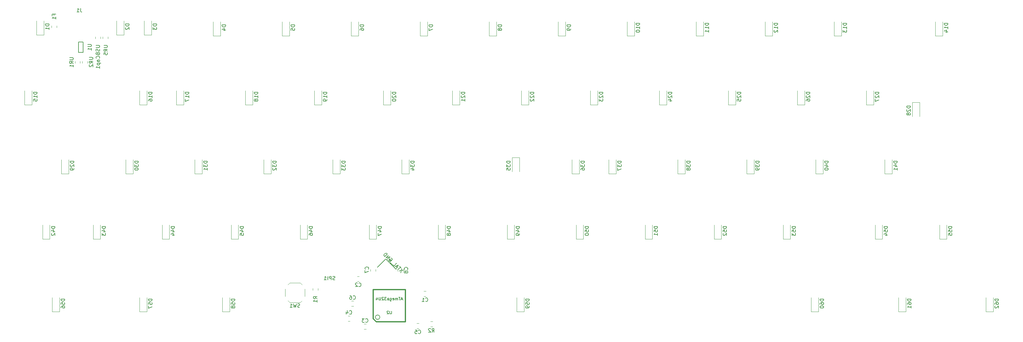
<source format=gbr>
G04 #@! TF.GenerationSoftware,KiCad,Pcbnew,(5.1.0)-1*
G04 #@! TF.CreationDate,2019-03-27T22:24:01+02:00*
G04 #@! TF.ProjectId,PROJECT,50524f4a-4543-4542-9e6b-696361645f70,rev?*
G04 #@! TF.SameCoordinates,Original*
G04 #@! TF.FileFunction,Legend,Bot*
G04 #@! TF.FilePolarity,Positive*
%FSLAX46Y46*%
G04 Gerber Fmt 4.6, Leading zero omitted, Abs format (unit mm)*
G04 Created by KiCad (PCBNEW (5.1.0)-1) date 2019-03-27 22:24:01*
%MOMM*%
%LPD*%
G04 APERTURE LIST*
%ADD10C,0.120000*%
%ADD11C,0.150000*%
%ADD12C,0.300000*%
%ADD13C,0.203200*%
G04 APERTURE END LIST*
D10*
X161333548Y-111085700D02*
X161856052Y-111085700D01*
X161333548Y-109665700D02*
X161856052Y-109665700D01*
X143415652Y-105538200D02*
X142893148Y-105538200D01*
X143415652Y-106958200D02*
X142893148Y-106958200D01*
X145337052Y-120140800D02*
X144814548Y-120140800D01*
X145337052Y-118720800D02*
X144814548Y-118720800D01*
X140866652Y-116485600D02*
X140344148Y-116485600D01*
X140866652Y-117905600D02*
X140344148Y-117905600D01*
X159377748Y-118543000D02*
X159900252Y-118543000D01*
X159377748Y-119963000D02*
X159900252Y-119963000D01*
X141875252Y-113790800D02*
X141352748Y-113790800D01*
X141875252Y-112370800D02*
X141352748Y-112370800D01*
X148017300Y-104100152D02*
X148017300Y-103577648D01*
X146597300Y-104100152D02*
X146597300Y-103577648D01*
X154077600Y-104109152D02*
X154077600Y-103586648D01*
X155497600Y-104109152D02*
X155497600Y-103586648D01*
X56372000Y-38826000D02*
X54372000Y-38826000D01*
X54372000Y-38826000D02*
X54372000Y-34926000D01*
X56372000Y-38826000D02*
X56372000Y-34926000D01*
X78470000Y-38826000D02*
X76470000Y-38826000D01*
X76470000Y-38826000D02*
X76470000Y-34926000D01*
X78470000Y-38826000D02*
X78470000Y-34926000D01*
X86090000Y-38826000D02*
X86090000Y-34926000D01*
X84090000Y-38826000D02*
X84090000Y-34926000D01*
X86090000Y-38826000D02*
X84090000Y-38826000D01*
X105140000Y-39080000D02*
X103140000Y-39080000D01*
X103140000Y-39080000D02*
X103140000Y-35180000D01*
X105140000Y-39080000D02*
X105140000Y-35180000D01*
X124190000Y-39080000D02*
X124190000Y-35180000D01*
X122190000Y-39080000D02*
X122190000Y-35180000D01*
X124190000Y-39080000D02*
X122190000Y-39080000D01*
X143240000Y-39080000D02*
X141240000Y-39080000D01*
X141240000Y-39080000D02*
X141240000Y-35180000D01*
X143240000Y-39080000D02*
X143240000Y-35180000D01*
X162290000Y-39080000D02*
X162290000Y-35180000D01*
X160290000Y-39080000D02*
X160290000Y-35180000D01*
X162290000Y-39080000D02*
X160290000Y-39080000D01*
X181340000Y-39080000D02*
X179340000Y-39080000D01*
X179340000Y-39080000D02*
X179340000Y-35180000D01*
X181340000Y-39080000D02*
X181340000Y-35180000D01*
X200390000Y-39080000D02*
X200390000Y-35180000D01*
X198390000Y-39080000D02*
X198390000Y-35180000D01*
X200390000Y-39080000D02*
X198390000Y-39080000D01*
X219440000Y-39080000D02*
X217440000Y-39080000D01*
X217440000Y-39080000D02*
X217440000Y-35180000D01*
X219440000Y-39080000D02*
X219440000Y-35180000D01*
X238490000Y-39080000D02*
X238490000Y-35180000D01*
X236490000Y-39080000D02*
X236490000Y-35180000D01*
X238490000Y-39080000D02*
X236490000Y-39080000D01*
X257540000Y-39080000D02*
X255540000Y-39080000D01*
X255540000Y-39080000D02*
X255540000Y-35180000D01*
X257540000Y-39080000D02*
X257540000Y-35180000D01*
X276590000Y-39080000D02*
X276590000Y-35180000D01*
X274590000Y-39080000D02*
X274590000Y-35180000D01*
X276590000Y-39080000D02*
X274590000Y-39080000D01*
X304530000Y-39080000D02*
X302530000Y-39080000D01*
X302530000Y-39080000D02*
X302530000Y-35180000D01*
X304530000Y-39080000D02*
X304530000Y-35180000D01*
X53070000Y-58130000D02*
X53070000Y-54230000D01*
X51070000Y-58130000D02*
X51070000Y-54230000D01*
X53070000Y-58130000D02*
X51070000Y-58130000D01*
X84820000Y-58130000D02*
X82820000Y-58130000D01*
X82820000Y-58130000D02*
X82820000Y-54230000D01*
X84820000Y-58130000D02*
X84820000Y-54230000D01*
X94980000Y-58130000D02*
X94980000Y-54230000D01*
X92980000Y-58130000D02*
X92980000Y-54230000D01*
X94980000Y-58130000D02*
X92980000Y-58130000D01*
X114030000Y-58130000D02*
X112030000Y-58130000D01*
X112030000Y-58130000D02*
X112030000Y-54230000D01*
X114030000Y-58130000D02*
X114030000Y-54230000D01*
X133080000Y-58130000D02*
X133080000Y-54230000D01*
X131080000Y-58130000D02*
X131080000Y-54230000D01*
X133080000Y-58130000D02*
X131080000Y-58130000D01*
X152130000Y-58130000D02*
X152130000Y-54230000D01*
X150130000Y-58130000D02*
X150130000Y-54230000D01*
X152130000Y-58130000D02*
X150130000Y-58130000D01*
X171180000Y-58130000D02*
X169180000Y-58130000D01*
X169180000Y-58130000D02*
X169180000Y-54230000D01*
X171180000Y-58130000D02*
X171180000Y-54230000D01*
X190230000Y-58130000D02*
X190230000Y-54230000D01*
X188230000Y-58130000D02*
X188230000Y-54230000D01*
X190230000Y-58130000D02*
X188230000Y-58130000D01*
X209280000Y-58130000D02*
X207280000Y-58130000D01*
X207280000Y-58130000D02*
X207280000Y-54230000D01*
X209280000Y-58130000D02*
X209280000Y-54230000D01*
X228330000Y-58130000D02*
X228330000Y-54230000D01*
X226330000Y-58130000D02*
X226330000Y-54230000D01*
X228330000Y-58130000D02*
X226330000Y-58130000D01*
X247380000Y-58130000D02*
X245380000Y-58130000D01*
X245380000Y-58130000D02*
X245380000Y-54230000D01*
X247380000Y-58130000D02*
X247380000Y-54230000D01*
X266430000Y-58130000D02*
X264430000Y-58130000D01*
X264430000Y-58130000D02*
X264430000Y-54230000D01*
X266430000Y-58130000D02*
X266430000Y-54230000D01*
X285480000Y-58130000D02*
X285480000Y-54230000D01*
X283480000Y-58130000D02*
X283480000Y-54230000D01*
X285480000Y-58130000D02*
X283480000Y-58130000D01*
X296180000Y-57440000D02*
X296180000Y-61340000D01*
X298180000Y-57440000D02*
X298180000Y-61340000D01*
X296180000Y-57440000D02*
X298180000Y-57440000D01*
X63230000Y-77180000D02*
X61230000Y-77180000D01*
X61230000Y-77180000D02*
X61230000Y-73280000D01*
X63230000Y-77180000D02*
X63230000Y-73280000D01*
X81010000Y-77180000D02*
X81010000Y-73280000D01*
X79010000Y-77180000D02*
X79010000Y-73280000D01*
X81010000Y-77180000D02*
X79010000Y-77180000D01*
X100060000Y-77180000D02*
X98060000Y-77180000D01*
X98060000Y-77180000D02*
X98060000Y-73280000D01*
X100060000Y-77180000D02*
X100060000Y-73280000D01*
X119110000Y-77180000D02*
X119110000Y-73280000D01*
X117110000Y-77180000D02*
X117110000Y-73280000D01*
X119110000Y-77180000D02*
X117110000Y-77180000D01*
X138160000Y-77180000D02*
X136160000Y-77180000D01*
X136160000Y-77180000D02*
X136160000Y-73280000D01*
X138160000Y-77180000D02*
X138160000Y-73280000D01*
X157210000Y-77180000D02*
X157210000Y-73280000D01*
X155210000Y-77180000D02*
X155210000Y-73280000D01*
X157210000Y-77180000D02*
X155210000Y-77180000D01*
X185690000Y-72680000D02*
X187690000Y-72680000D01*
X187690000Y-72680000D02*
X187690000Y-76580000D01*
X185690000Y-72680000D02*
X185690000Y-76580000D01*
X204200000Y-77180000D02*
X204200000Y-73280000D01*
X202200000Y-77180000D02*
X202200000Y-73280000D01*
X204200000Y-77180000D02*
X202200000Y-77180000D01*
X214360000Y-77180000D02*
X212360000Y-77180000D01*
X212360000Y-77180000D02*
X212360000Y-73280000D01*
X214360000Y-77180000D02*
X214360000Y-73280000D01*
X233410000Y-77180000D02*
X231410000Y-77180000D01*
X231410000Y-77180000D02*
X231410000Y-73280000D01*
X233410000Y-77180000D02*
X233410000Y-73280000D01*
X252460000Y-77180000D02*
X250460000Y-77180000D01*
X250460000Y-77180000D02*
X250460000Y-73280000D01*
X252460000Y-77180000D02*
X252460000Y-73280000D01*
X271510000Y-77180000D02*
X271510000Y-73280000D01*
X269510000Y-77180000D02*
X269510000Y-73280000D01*
X271510000Y-77180000D02*
X269510000Y-77180000D01*
X290560000Y-77180000D02*
X288560000Y-77180000D01*
X288560000Y-77180000D02*
X288560000Y-73280000D01*
X290560000Y-77180000D02*
X290560000Y-73280000D01*
X58023000Y-95214000D02*
X58023000Y-91314000D01*
X56023000Y-95214000D02*
X56023000Y-91314000D01*
X58023000Y-95214000D02*
X56023000Y-95214000D01*
X71993000Y-95214000D02*
X69993000Y-95214000D01*
X69993000Y-95214000D02*
X69993000Y-91314000D01*
X71993000Y-95214000D02*
X71993000Y-91314000D01*
X91043000Y-95214000D02*
X89043000Y-95214000D01*
X89043000Y-95214000D02*
X89043000Y-91314000D01*
X91043000Y-95214000D02*
X91043000Y-91314000D01*
X110093000Y-95214000D02*
X108093000Y-95214000D01*
X108093000Y-95214000D02*
X108093000Y-91314000D01*
X110093000Y-95214000D02*
X110093000Y-91314000D01*
X129143000Y-95214000D02*
X127143000Y-95214000D01*
X127143000Y-95214000D02*
X127143000Y-91314000D01*
X129143000Y-95214000D02*
X129143000Y-91314000D01*
X148193000Y-95214000D02*
X146193000Y-95214000D01*
X146193000Y-95214000D02*
X146193000Y-91314000D01*
X148193000Y-95214000D02*
X148193000Y-91314000D01*
X167243000Y-95214000D02*
X167243000Y-91314000D01*
X165243000Y-95214000D02*
X165243000Y-91314000D01*
X167243000Y-95214000D02*
X165243000Y-95214000D01*
X186293000Y-95214000D02*
X186293000Y-91314000D01*
X184293000Y-95214000D02*
X184293000Y-91314000D01*
X186293000Y-95214000D02*
X184293000Y-95214000D01*
X205343000Y-95214000D02*
X205343000Y-91314000D01*
X203343000Y-95214000D02*
X203343000Y-91314000D01*
X205343000Y-95214000D02*
X203343000Y-95214000D01*
X224393000Y-95214000D02*
X222393000Y-95214000D01*
X222393000Y-95214000D02*
X222393000Y-91314000D01*
X224393000Y-95214000D02*
X224393000Y-91314000D01*
X243443000Y-95214000D02*
X241443000Y-95214000D01*
X241443000Y-95214000D02*
X241443000Y-91314000D01*
X243443000Y-95214000D02*
X243443000Y-91314000D01*
X262493000Y-95214000D02*
X262493000Y-91314000D01*
X260493000Y-95214000D02*
X260493000Y-91314000D01*
X262493000Y-95214000D02*
X260493000Y-95214000D01*
X287893000Y-95214000D02*
X287893000Y-91314000D01*
X285893000Y-95214000D02*
X285893000Y-91314000D01*
X287893000Y-95214000D02*
X285893000Y-95214000D01*
X305673000Y-95214000D02*
X303673000Y-95214000D01*
X303673000Y-95214000D02*
X303673000Y-91314000D01*
X305673000Y-95214000D02*
X305673000Y-91314000D01*
X60690000Y-115280000D02*
X60690000Y-111380000D01*
X58690000Y-115280000D02*
X58690000Y-111380000D01*
X60690000Y-115280000D02*
X58690000Y-115280000D01*
X84820000Y-115280000D02*
X84820000Y-111380000D01*
X82820000Y-115280000D02*
X82820000Y-111380000D01*
X84820000Y-115280000D02*
X82820000Y-115280000D01*
X107680000Y-115280000D02*
X107680000Y-111380000D01*
X105680000Y-115280000D02*
X105680000Y-111380000D01*
X107680000Y-115280000D02*
X105680000Y-115280000D01*
X188960000Y-115280000D02*
X188960000Y-111380000D01*
X186960000Y-115280000D02*
X186960000Y-111380000D01*
X188960000Y-115280000D02*
X186960000Y-115280000D01*
X270240000Y-115280000D02*
X268240000Y-115280000D01*
X268240000Y-115280000D02*
X268240000Y-111380000D01*
X270240000Y-115280000D02*
X270240000Y-111380000D01*
X294370000Y-115280000D02*
X294370000Y-111380000D01*
X292370000Y-115280000D02*
X292370000Y-111380000D01*
X294370000Y-115280000D02*
X292370000Y-115280000D01*
X318500000Y-115280000D02*
X318500000Y-111380000D01*
X316500000Y-115280000D02*
X316500000Y-111380000D01*
X318500000Y-115280000D02*
X316500000Y-115280000D01*
X58490000Y-36268748D02*
X58490000Y-36791252D01*
X59910000Y-36268748D02*
X59910000Y-36791252D01*
X132104200Y-109370652D02*
X132104200Y-108848148D01*
X130684200Y-109370652D02*
X130684200Y-108848148D01*
X163710252Y-119455000D02*
X163187748Y-119455000D01*
X163710252Y-118035000D02*
X163187748Y-118035000D01*
X122984600Y-109018200D02*
X122984600Y-111098200D01*
X127154600Y-112778200D02*
X127644600Y-112288200D01*
X128424600Y-109018200D02*
X128424600Y-111098200D01*
X124254600Y-112778200D02*
X123764600Y-112288200D01*
X124254600Y-112778200D02*
X127154600Y-112778200D01*
X124254600Y-107338200D02*
X123764600Y-107828200D01*
X124254600Y-107338200D02*
X127154600Y-107338200D01*
X127154600Y-107338200D02*
X127644600Y-107828200D01*
D11*
X67250000Y-43690000D02*
X65950000Y-43690000D01*
X67250000Y-40790000D02*
X67250000Y-43690000D01*
X65950000Y-40790000D02*
X67250000Y-40790000D01*
X65950000Y-40790000D02*
X65950000Y-43690000D01*
D12*
X148165000Y-118115000D02*
X147290000Y-117265000D01*
X147290000Y-117265000D02*
X147290000Y-109215000D01*
X147290000Y-109215000D02*
X156215000Y-109215000D01*
X156215000Y-109215000D02*
X156215000Y-118115000D01*
X156215000Y-118115000D02*
X148165000Y-118115000D01*
D13*
X149165000Y-116825000D02*
G75*
G03X149165000Y-116825000I-635000J0D01*
G01*
D10*
X64990000Y-46118748D02*
X64990000Y-46641252D01*
X66410000Y-46118748D02*
X66410000Y-46641252D01*
X68383000Y-46116248D02*
X68383000Y-46638752D01*
X66963000Y-46116248D02*
X66963000Y-46638752D01*
X72633000Y-39361248D02*
X72633000Y-39883752D01*
X74053000Y-39361248D02*
X74053000Y-39883752D01*
X72021000Y-39865752D02*
X72021000Y-39343248D01*
X70601000Y-39865752D02*
X70601000Y-39343248D01*
D11*
X151787099Y-100667239D02*
X151697297Y-101295857D01*
X152307954Y-101188094D02*
X151787099Y-100667239D01*
X152307954Y-101188094D02*
X151858942Y-100739081D01*
X151697297Y-101295857D02*
X152307954Y-101188094D01*
X148536247Y-103020066D02*
X150745390Y-100810923D01*
X150889074Y-100810923D02*
X153654993Y-103576842D01*
X150889074Y-100810923D02*
X150745390Y-100810923D01*
X66533333Y-31507630D02*
X66533333Y-32221916D01*
X66580952Y-32364773D01*
X66676190Y-32460011D01*
X66819047Y-32507630D01*
X66914285Y-32507630D01*
X65533333Y-32507630D02*
X66104761Y-32507630D01*
X65819047Y-32507630D02*
X65819047Y-31507630D01*
X65914285Y-31650488D01*
X66009523Y-31745726D01*
X66104761Y-31793345D01*
X161761466Y-112382842D02*
X161809085Y-112430461D01*
X161951942Y-112478080D01*
X162047180Y-112478080D01*
X162190038Y-112430461D01*
X162285276Y-112335223D01*
X162332895Y-112239985D01*
X162380514Y-112049509D01*
X162380514Y-111906652D01*
X162332895Y-111716176D01*
X162285276Y-111620938D01*
X162190038Y-111525700D01*
X162047180Y-111478080D01*
X161951942Y-111478080D01*
X161809085Y-111525700D01*
X161761466Y-111573319D01*
X160809085Y-112478080D02*
X161380514Y-112478080D01*
X161094800Y-112478080D02*
X161094800Y-111478080D01*
X161190038Y-111620938D01*
X161285276Y-111716176D01*
X161380514Y-111763795D01*
X143333766Y-108269042D02*
X143381385Y-108316661D01*
X143524242Y-108364280D01*
X143619480Y-108364280D01*
X143762338Y-108316661D01*
X143857576Y-108221423D01*
X143905195Y-108126185D01*
X143952814Y-107935709D01*
X143952814Y-107792852D01*
X143905195Y-107602376D01*
X143857576Y-107507138D01*
X143762338Y-107411900D01*
X143619480Y-107364280D01*
X143524242Y-107364280D01*
X143381385Y-107411900D01*
X143333766Y-107459519D01*
X142952814Y-107459519D02*
X142905195Y-107411900D01*
X142809957Y-107364280D01*
X142571861Y-107364280D01*
X142476623Y-107411900D01*
X142429004Y-107459519D01*
X142381385Y-107554757D01*
X142381385Y-107649995D01*
X142429004Y-107792852D01*
X143000433Y-108364280D01*
X142381385Y-108364280D01*
X145242466Y-118137942D02*
X145290085Y-118185561D01*
X145432942Y-118233180D01*
X145528180Y-118233180D01*
X145671038Y-118185561D01*
X145766276Y-118090323D01*
X145813895Y-117995085D01*
X145861514Y-117804609D01*
X145861514Y-117661752D01*
X145813895Y-117471276D01*
X145766276Y-117376038D01*
X145671038Y-117280800D01*
X145528180Y-117233180D01*
X145432942Y-117233180D01*
X145290085Y-117280800D01*
X145242466Y-117328419D01*
X144909133Y-117233180D02*
X144290085Y-117233180D01*
X144623419Y-117614133D01*
X144480561Y-117614133D01*
X144385323Y-117661752D01*
X144337704Y-117709371D01*
X144290085Y-117804609D01*
X144290085Y-118042704D01*
X144337704Y-118137942D01*
X144385323Y-118185561D01*
X144480561Y-118233180D01*
X144766276Y-118233180D01*
X144861514Y-118185561D01*
X144909133Y-118137942D01*
X140772066Y-115902742D02*
X140819685Y-115950361D01*
X140962542Y-115997980D01*
X141057780Y-115997980D01*
X141200638Y-115950361D01*
X141295876Y-115855123D01*
X141343495Y-115759885D01*
X141391114Y-115569409D01*
X141391114Y-115426552D01*
X141343495Y-115236076D01*
X141295876Y-115140838D01*
X141200638Y-115045600D01*
X141057780Y-114997980D01*
X140962542Y-114997980D01*
X140819685Y-115045600D01*
X140772066Y-115093219D01*
X139914923Y-115331314D02*
X139914923Y-115997980D01*
X140153019Y-114950361D02*
X140391114Y-115664647D01*
X139772066Y-115664647D01*
X159805666Y-121260142D02*
X159853285Y-121307761D01*
X159996142Y-121355380D01*
X160091380Y-121355380D01*
X160234238Y-121307761D01*
X160329476Y-121212523D01*
X160377095Y-121117285D01*
X160424714Y-120926809D01*
X160424714Y-120783952D01*
X160377095Y-120593476D01*
X160329476Y-120498238D01*
X160234238Y-120403000D01*
X160091380Y-120355380D01*
X159996142Y-120355380D01*
X159853285Y-120403000D01*
X159805666Y-120450619D01*
X158900904Y-120355380D02*
X159377095Y-120355380D01*
X159424714Y-120831571D01*
X159377095Y-120783952D01*
X159281857Y-120736333D01*
X159043761Y-120736333D01*
X158948523Y-120783952D01*
X158900904Y-120831571D01*
X158853285Y-120926809D01*
X158853285Y-121164904D01*
X158900904Y-121260142D01*
X158948523Y-121307761D01*
X159043761Y-121355380D01*
X159281857Y-121355380D01*
X159377095Y-121307761D01*
X159424714Y-121260142D01*
X141780666Y-111787942D02*
X141828285Y-111835561D01*
X141971142Y-111883180D01*
X142066380Y-111883180D01*
X142209238Y-111835561D01*
X142304476Y-111740323D01*
X142352095Y-111645085D01*
X142399714Y-111454609D01*
X142399714Y-111311752D01*
X142352095Y-111121276D01*
X142304476Y-111026038D01*
X142209238Y-110930800D01*
X142066380Y-110883180D01*
X141971142Y-110883180D01*
X141828285Y-110930800D01*
X141780666Y-110978419D01*
X140923523Y-110883180D02*
X141114000Y-110883180D01*
X141209238Y-110930800D01*
X141256857Y-110978419D01*
X141352095Y-111121276D01*
X141399714Y-111311752D01*
X141399714Y-111692704D01*
X141352095Y-111787942D01*
X141304476Y-111835561D01*
X141209238Y-111883180D01*
X141018761Y-111883180D01*
X140923523Y-111835561D01*
X140875904Y-111787942D01*
X140828285Y-111692704D01*
X140828285Y-111454609D01*
X140875904Y-111359371D01*
X140923523Y-111311752D01*
X141018761Y-111264133D01*
X141209238Y-111264133D01*
X141304476Y-111311752D01*
X141352095Y-111359371D01*
X141399714Y-111454609D01*
X145975342Y-103566933D02*
X146022961Y-103519314D01*
X146070580Y-103376457D01*
X146070580Y-103281219D01*
X146022961Y-103138361D01*
X145927723Y-103043123D01*
X145832485Y-102995504D01*
X145642009Y-102947885D01*
X145499152Y-102947885D01*
X145308676Y-102995504D01*
X145213438Y-103043123D01*
X145118200Y-103138361D01*
X145070580Y-103281219D01*
X145070580Y-103376457D01*
X145118200Y-103519314D01*
X145165819Y-103566933D01*
X145070580Y-103900266D02*
X145070580Y-104566933D01*
X146070580Y-104138361D01*
X156794742Y-103681233D02*
X156842361Y-103633614D01*
X156889980Y-103490757D01*
X156889980Y-103395519D01*
X156842361Y-103252661D01*
X156747123Y-103157423D01*
X156651885Y-103109804D01*
X156461409Y-103062185D01*
X156318552Y-103062185D01*
X156128076Y-103109804D01*
X156032838Y-103157423D01*
X155937600Y-103252661D01*
X155889980Y-103395519D01*
X155889980Y-103490757D01*
X155937600Y-103633614D01*
X155985219Y-103681233D01*
X156318552Y-104252661D02*
X156270933Y-104157423D01*
X156223314Y-104109804D01*
X156128076Y-104062185D01*
X156080457Y-104062185D01*
X155985219Y-104109804D01*
X155937600Y-104157423D01*
X155889980Y-104252661D01*
X155889980Y-104443138D01*
X155937600Y-104538376D01*
X155985219Y-104585995D01*
X156080457Y-104633614D01*
X156128076Y-104633614D01*
X156223314Y-104585995D01*
X156270933Y-104538376D01*
X156318552Y-104443138D01*
X156318552Y-104252661D01*
X156366171Y-104157423D01*
X156413790Y-104109804D01*
X156509028Y-104062185D01*
X156699504Y-104062185D01*
X156794742Y-104109804D01*
X156842361Y-104157423D01*
X156889980Y-104252661D01*
X156889980Y-104443138D01*
X156842361Y-104538376D01*
X156794742Y-104585995D01*
X156699504Y-104633614D01*
X156509028Y-104633614D01*
X156413790Y-104585995D01*
X156366171Y-104538376D01*
X156318552Y-104443138D01*
X57824380Y-35837904D02*
X56824380Y-35837904D01*
X56824380Y-36076000D01*
X56872000Y-36218857D01*
X56967238Y-36314095D01*
X57062476Y-36361714D01*
X57252952Y-36409333D01*
X57395809Y-36409333D01*
X57586285Y-36361714D01*
X57681523Y-36314095D01*
X57776761Y-36218857D01*
X57824380Y-36076000D01*
X57824380Y-35837904D01*
X57824380Y-37361714D02*
X57824380Y-36790285D01*
X57824380Y-37076000D02*
X56824380Y-37076000D01*
X56967238Y-36980761D01*
X57062476Y-36885523D01*
X57110095Y-36790285D01*
X79922380Y-35837904D02*
X78922380Y-35837904D01*
X78922380Y-36076000D01*
X78970000Y-36218857D01*
X79065238Y-36314095D01*
X79160476Y-36361714D01*
X79350952Y-36409333D01*
X79493809Y-36409333D01*
X79684285Y-36361714D01*
X79779523Y-36314095D01*
X79874761Y-36218857D01*
X79922380Y-36076000D01*
X79922380Y-35837904D01*
X79017619Y-36790285D02*
X78970000Y-36837904D01*
X78922380Y-36933142D01*
X78922380Y-37171238D01*
X78970000Y-37266476D01*
X79017619Y-37314095D01*
X79112857Y-37361714D01*
X79208095Y-37361714D01*
X79350952Y-37314095D01*
X79922380Y-36742666D01*
X79922380Y-37361714D01*
X87542380Y-35837904D02*
X86542380Y-35837904D01*
X86542380Y-36076000D01*
X86590000Y-36218857D01*
X86685238Y-36314095D01*
X86780476Y-36361714D01*
X86970952Y-36409333D01*
X87113809Y-36409333D01*
X87304285Y-36361714D01*
X87399523Y-36314095D01*
X87494761Y-36218857D01*
X87542380Y-36076000D01*
X87542380Y-35837904D01*
X86542380Y-36742666D02*
X86542380Y-37361714D01*
X86923333Y-37028380D01*
X86923333Y-37171238D01*
X86970952Y-37266476D01*
X87018571Y-37314095D01*
X87113809Y-37361714D01*
X87351904Y-37361714D01*
X87447142Y-37314095D01*
X87494761Y-37266476D01*
X87542380Y-37171238D01*
X87542380Y-36885523D01*
X87494761Y-36790285D01*
X87447142Y-36742666D01*
X106592380Y-36091904D02*
X105592380Y-36091904D01*
X105592380Y-36330000D01*
X105640000Y-36472857D01*
X105735238Y-36568095D01*
X105830476Y-36615714D01*
X106020952Y-36663333D01*
X106163809Y-36663333D01*
X106354285Y-36615714D01*
X106449523Y-36568095D01*
X106544761Y-36472857D01*
X106592380Y-36330000D01*
X106592380Y-36091904D01*
X105925714Y-37520476D02*
X106592380Y-37520476D01*
X105544761Y-37282380D02*
X106259047Y-37044285D01*
X106259047Y-37663333D01*
X125642380Y-36091904D02*
X124642380Y-36091904D01*
X124642380Y-36330000D01*
X124690000Y-36472857D01*
X124785238Y-36568095D01*
X124880476Y-36615714D01*
X125070952Y-36663333D01*
X125213809Y-36663333D01*
X125404285Y-36615714D01*
X125499523Y-36568095D01*
X125594761Y-36472857D01*
X125642380Y-36330000D01*
X125642380Y-36091904D01*
X124642380Y-37568095D02*
X124642380Y-37091904D01*
X125118571Y-37044285D01*
X125070952Y-37091904D01*
X125023333Y-37187142D01*
X125023333Y-37425238D01*
X125070952Y-37520476D01*
X125118571Y-37568095D01*
X125213809Y-37615714D01*
X125451904Y-37615714D01*
X125547142Y-37568095D01*
X125594761Y-37520476D01*
X125642380Y-37425238D01*
X125642380Y-37187142D01*
X125594761Y-37091904D01*
X125547142Y-37044285D01*
X144692380Y-36091904D02*
X143692380Y-36091904D01*
X143692380Y-36330000D01*
X143740000Y-36472857D01*
X143835238Y-36568095D01*
X143930476Y-36615714D01*
X144120952Y-36663333D01*
X144263809Y-36663333D01*
X144454285Y-36615714D01*
X144549523Y-36568095D01*
X144644761Y-36472857D01*
X144692380Y-36330000D01*
X144692380Y-36091904D01*
X143692380Y-37520476D02*
X143692380Y-37330000D01*
X143740000Y-37234761D01*
X143787619Y-37187142D01*
X143930476Y-37091904D01*
X144120952Y-37044285D01*
X144501904Y-37044285D01*
X144597142Y-37091904D01*
X144644761Y-37139523D01*
X144692380Y-37234761D01*
X144692380Y-37425238D01*
X144644761Y-37520476D01*
X144597142Y-37568095D01*
X144501904Y-37615714D01*
X144263809Y-37615714D01*
X144168571Y-37568095D01*
X144120952Y-37520476D01*
X144073333Y-37425238D01*
X144073333Y-37234761D01*
X144120952Y-37139523D01*
X144168571Y-37091904D01*
X144263809Y-37044285D01*
X163742380Y-36091904D02*
X162742380Y-36091904D01*
X162742380Y-36330000D01*
X162790000Y-36472857D01*
X162885238Y-36568095D01*
X162980476Y-36615714D01*
X163170952Y-36663333D01*
X163313809Y-36663333D01*
X163504285Y-36615714D01*
X163599523Y-36568095D01*
X163694761Y-36472857D01*
X163742380Y-36330000D01*
X163742380Y-36091904D01*
X162742380Y-36996666D02*
X162742380Y-37663333D01*
X163742380Y-37234761D01*
X182792380Y-36091904D02*
X181792380Y-36091904D01*
X181792380Y-36330000D01*
X181840000Y-36472857D01*
X181935238Y-36568095D01*
X182030476Y-36615714D01*
X182220952Y-36663333D01*
X182363809Y-36663333D01*
X182554285Y-36615714D01*
X182649523Y-36568095D01*
X182744761Y-36472857D01*
X182792380Y-36330000D01*
X182792380Y-36091904D01*
X182220952Y-37234761D02*
X182173333Y-37139523D01*
X182125714Y-37091904D01*
X182030476Y-37044285D01*
X181982857Y-37044285D01*
X181887619Y-37091904D01*
X181840000Y-37139523D01*
X181792380Y-37234761D01*
X181792380Y-37425238D01*
X181840000Y-37520476D01*
X181887619Y-37568095D01*
X181982857Y-37615714D01*
X182030476Y-37615714D01*
X182125714Y-37568095D01*
X182173333Y-37520476D01*
X182220952Y-37425238D01*
X182220952Y-37234761D01*
X182268571Y-37139523D01*
X182316190Y-37091904D01*
X182411428Y-37044285D01*
X182601904Y-37044285D01*
X182697142Y-37091904D01*
X182744761Y-37139523D01*
X182792380Y-37234761D01*
X182792380Y-37425238D01*
X182744761Y-37520476D01*
X182697142Y-37568095D01*
X182601904Y-37615714D01*
X182411428Y-37615714D01*
X182316190Y-37568095D01*
X182268571Y-37520476D01*
X182220952Y-37425238D01*
X201842380Y-36091904D02*
X200842380Y-36091904D01*
X200842380Y-36330000D01*
X200890000Y-36472857D01*
X200985238Y-36568095D01*
X201080476Y-36615714D01*
X201270952Y-36663333D01*
X201413809Y-36663333D01*
X201604285Y-36615714D01*
X201699523Y-36568095D01*
X201794761Y-36472857D01*
X201842380Y-36330000D01*
X201842380Y-36091904D01*
X201842380Y-37139523D02*
X201842380Y-37330000D01*
X201794761Y-37425238D01*
X201747142Y-37472857D01*
X201604285Y-37568095D01*
X201413809Y-37615714D01*
X201032857Y-37615714D01*
X200937619Y-37568095D01*
X200890000Y-37520476D01*
X200842380Y-37425238D01*
X200842380Y-37234761D01*
X200890000Y-37139523D01*
X200937619Y-37091904D01*
X201032857Y-37044285D01*
X201270952Y-37044285D01*
X201366190Y-37091904D01*
X201413809Y-37139523D01*
X201461428Y-37234761D01*
X201461428Y-37425238D01*
X201413809Y-37520476D01*
X201366190Y-37568095D01*
X201270952Y-37615714D01*
X220892380Y-35615714D02*
X219892380Y-35615714D01*
X219892380Y-35853809D01*
X219940000Y-35996666D01*
X220035238Y-36091904D01*
X220130476Y-36139523D01*
X220320952Y-36187142D01*
X220463809Y-36187142D01*
X220654285Y-36139523D01*
X220749523Y-36091904D01*
X220844761Y-35996666D01*
X220892380Y-35853809D01*
X220892380Y-35615714D01*
X220892380Y-37139523D02*
X220892380Y-36568095D01*
X220892380Y-36853809D02*
X219892380Y-36853809D01*
X220035238Y-36758571D01*
X220130476Y-36663333D01*
X220178095Y-36568095D01*
X219892380Y-37758571D02*
X219892380Y-37853809D01*
X219940000Y-37949047D01*
X219987619Y-37996666D01*
X220082857Y-38044285D01*
X220273333Y-38091904D01*
X220511428Y-38091904D01*
X220701904Y-38044285D01*
X220797142Y-37996666D01*
X220844761Y-37949047D01*
X220892380Y-37853809D01*
X220892380Y-37758571D01*
X220844761Y-37663333D01*
X220797142Y-37615714D01*
X220701904Y-37568095D01*
X220511428Y-37520476D01*
X220273333Y-37520476D01*
X220082857Y-37568095D01*
X219987619Y-37615714D01*
X219940000Y-37663333D01*
X219892380Y-37758571D01*
X239942380Y-35615714D02*
X238942380Y-35615714D01*
X238942380Y-35853809D01*
X238990000Y-35996666D01*
X239085238Y-36091904D01*
X239180476Y-36139523D01*
X239370952Y-36187142D01*
X239513809Y-36187142D01*
X239704285Y-36139523D01*
X239799523Y-36091904D01*
X239894761Y-35996666D01*
X239942380Y-35853809D01*
X239942380Y-35615714D01*
X239942380Y-37139523D02*
X239942380Y-36568095D01*
X239942380Y-36853809D02*
X238942380Y-36853809D01*
X239085238Y-36758571D01*
X239180476Y-36663333D01*
X239228095Y-36568095D01*
X239942380Y-38091904D02*
X239942380Y-37520476D01*
X239942380Y-37806190D02*
X238942380Y-37806190D01*
X239085238Y-37710952D01*
X239180476Y-37615714D01*
X239228095Y-37520476D01*
X258992380Y-35615714D02*
X257992380Y-35615714D01*
X257992380Y-35853809D01*
X258040000Y-35996666D01*
X258135238Y-36091904D01*
X258230476Y-36139523D01*
X258420952Y-36187142D01*
X258563809Y-36187142D01*
X258754285Y-36139523D01*
X258849523Y-36091904D01*
X258944761Y-35996666D01*
X258992380Y-35853809D01*
X258992380Y-35615714D01*
X258992380Y-37139523D02*
X258992380Y-36568095D01*
X258992380Y-36853809D02*
X257992380Y-36853809D01*
X258135238Y-36758571D01*
X258230476Y-36663333D01*
X258278095Y-36568095D01*
X258087619Y-37520476D02*
X258040000Y-37568095D01*
X257992380Y-37663333D01*
X257992380Y-37901428D01*
X258040000Y-37996666D01*
X258087619Y-38044285D01*
X258182857Y-38091904D01*
X258278095Y-38091904D01*
X258420952Y-38044285D01*
X258992380Y-37472857D01*
X258992380Y-38091904D01*
X278042380Y-35615714D02*
X277042380Y-35615714D01*
X277042380Y-35853809D01*
X277090000Y-35996666D01*
X277185238Y-36091904D01*
X277280476Y-36139523D01*
X277470952Y-36187142D01*
X277613809Y-36187142D01*
X277804285Y-36139523D01*
X277899523Y-36091904D01*
X277994761Y-35996666D01*
X278042380Y-35853809D01*
X278042380Y-35615714D01*
X278042380Y-37139523D02*
X278042380Y-36568095D01*
X278042380Y-36853809D02*
X277042380Y-36853809D01*
X277185238Y-36758571D01*
X277280476Y-36663333D01*
X277328095Y-36568095D01*
X277042380Y-37472857D02*
X277042380Y-38091904D01*
X277423333Y-37758571D01*
X277423333Y-37901428D01*
X277470952Y-37996666D01*
X277518571Y-38044285D01*
X277613809Y-38091904D01*
X277851904Y-38091904D01*
X277947142Y-38044285D01*
X277994761Y-37996666D01*
X278042380Y-37901428D01*
X278042380Y-37615714D01*
X277994761Y-37520476D01*
X277947142Y-37472857D01*
X305982380Y-35615714D02*
X304982380Y-35615714D01*
X304982380Y-35853809D01*
X305030000Y-35996666D01*
X305125238Y-36091904D01*
X305220476Y-36139523D01*
X305410952Y-36187142D01*
X305553809Y-36187142D01*
X305744285Y-36139523D01*
X305839523Y-36091904D01*
X305934761Y-35996666D01*
X305982380Y-35853809D01*
X305982380Y-35615714D01*
X305982380Y-37139523D02*
X305982380Y-36568095D01*
X305982380Y-36853809D02*
X304982380Y-36853809D01*
X305125238Y-36758571D01*
X305220476Y-36663333D01*
X305268095Y-36568095D01*
X305315714Y-37996666D02*
X305982380Y-37996666D01*
X304934761Y-37758571D02*
X305649047Y-37520476D01*
X305649047Y-38139523D01*
X54522380Y-54665714D02*
X53522380Y-54665714D01*
X53522380Y-54903809D01*
X53570000Y-55046666D01*
X53665238Y-55141904D01*
X53760476Y-55189523D01*
X53950952Y-55237142D01*
X54093809Y-55237142D01*
X54284285Y-55189523D01*
X54379523Y-55141904D01*
X54474761Y-55046666D01*
X54522380Y-54903809D01*
X54522380Y-54665714D01*
X54522380Y-56189523D02*
X54522380Y-55618095D01*
X54522380Y-55903809D02*
X53522380Y-55903809D01*
X53665238Y-55808571D01*
X53760476Y-55713333D01*
X53808095Y-55618095D01*
X53522380Y-57094285D02*
X53522380Y-56618095D01*
X53998571Y-56570476D01*
X53950952Y-56618095D01*
X53903333Y-56713333D01*
X53903333Y-56951428D01*
X53950952Y-57046666D01*
X53998571Y-57094285D01*
X54093809Y-57141904D01*
X54331904Y-57141904D01*
X54427142Y-57094285D01*
X54474761Y-57046666D01*
X54522380Y-56951428D01*
X54522380Y-56713333D01*
X54474761Y-56618095D01*
X54427142Y-56570476D01*
X86272380Y-54665714D02*
X85272380Y-54665714D01*
X85272380Y-54903809D01*
X85320000Y-55046666D01*
X85415238Y-55141904D01*
X85510476Y-55189523D01*
X85700952Y-55237142D01*
X85843809Y-55237142D01*
X86034285Y-55189523D01*
X86129523Y-55141904D01*
X86224761Y-55046666D01*
X86272380Y-54903809D01*
X86272380Y-54665714D01*
X86272380Y-56189523D02*
X86272380Y-55618095D01*
X86272380Y-55903809D02*
X85272380Y-55903809D01*
X85415238Y-55808571D01*
X85510476Y-55713333D01*
X85558095Y-55618095D01*
X85272380Y-57046666D02*
X85272380Y-56856190D01*
X85320000Y-56760952D01*
X85367619Y-56713333D01*
X85510476Y-56618095D01*
X85700952Y-56570476D01*
X86081904Y-56570476D01*
X86177142Y-56618095D01*
X86224761Y-56665714D01*
X86272380Y-56760952D01*
X86272380Y-56951428D01*
X86224761Y-57046666D01*
X86177142Y-57094285D01*
X86081904Y-57141904D01*
X85843809Y-57141904D01*
X85748571Y-57094285D01*
X85700952Y-57046666D01*
X85653333Y-56951428D01*
X85653333Y-56760952D01*
X85700952Y-56665714D01*
X85748571Y-56618095D01*
X85843809Y-56570476D01*
X96432380Y-54665714D02*
X95432380Y-54665714D01*
X95432380Y-54903809D01*
X95480000Y-55046666D01*
X95575238Y-55141904D01*
X95670476Y-55189523D01*
X95860952Y-55237142D01*
X96003809Y-55237142D01*
X96194285Y-55189523D01*
X96289523Y-55141904D01*
X96384761Y-55046666D01*
X96432380Y-54903809D01*
X96432380Y-54665714D01*
X96432380Y-56189523D02*
X96432380Y-55618095D01*
X96432380Y-55903809D02*
X95432380Y-55903809D01*
X95575238Y-55808571D01*
X95670476Y-55713333D01*
X95718095Y-55618095D01*
X95432380Y-56522857D02*
X95432380Y-57189523D01*
X96432380Y-56760952D01*
X115482380Y-54665714D02*
X114482380Y-54665714D01*
X114482380Y-54903809D01*
X114530000Y-55046666D01*
X114625238Y-55141904D01*
X114720476Y-55189523D01*
X114910952Y-55237142D01*
X115053809Y-55237142D01*
X115244285Y-55189523D01*
X115339523Y-55141904D01*
X115434761Y-55046666D01*
X115482380Y-54903809D01*
X115482380Y-54665714D01*
X115482380Y-56189523D02*
X115482380Y-55618095D01*
X115482380Y-55903809D02*
X114482380Y-55903809D01*
X114625238Y-55808571D01*
X114720476Y-55713333D01*
X114768095Y-55618095D01*
X114910952Y-56760952D02*
X114863333Y-56665714D01*
X114815714Y-56618095D01*
X114720476Y-56570476D01*
X114672857Y-56570476D01*
X114577619Y-56618095D01*
X114530000Y-56665714D01*
X114482380Y-56760952D01*
X114482380Y-56951428D01*
X114530000Y-57046666D01*
X114577619Y-57094285D01*
X114672857Y-57141904D01*
X114720476Y-57141904D01*
X114815714Y-57094285D01*
X114863333Y-57046666D01*
X114910952Y-56951428D01*
X114910952Y-56760952D01*
X114958571Y-56665714D01*
X115006190Y-56618095D01*
X115101428Y-56570476D01*
X115291904Y-56570476D01*
X115387142Y-56618095D01*
X115434761Y-56665714D01*
X115482380Y-56760952D01*
X115482380Y-56951428D01*
X115434761Y-57046666D01*
X115387142Y-57094285D01*
X115291904Y-57141904D01*
X115101428Y-57141904D01*
X115006190Y-57094285D01*
X114958571Y-57046666D01*
X114910952Y-56951428D01*
X134532380Y-54665714D02*
X133532380Y-54665714D01*
X133532380Y-54903809D01*
X133580000Y-55046666D01*
X133675238Y-55141904D01*
X133770476Y-55189523D01*
X133960952Y-55237142D01*
X134103809Y-55237142D01*
X134294285Y-55189523D01*
X134389523Y-55141904D01*
X134484761Y-55046666D01*
X134532380Y-54903809D01*
X134532380Y-54665714D01*
X134532380Y-56189523D02*
X134532380Y-55618095D01*
X134532380Y-55903809D02*
X133532380Y-55903809D01*
X133675238Y-55808571D01*
X133770476Y-55713333D01*
X133818095Y-55618095D01*
X134532380Y-56665714D02*
X134532380Y-56856190D01*
X134484761Y-56951428D01*
X134437142Y-56999047D01*
X134294285Y-57094285D01*
X134103809Y-57141904D01*
X133722857Y-57141904D01*
X133627619Y-57094285D01*
X133580000Y-57046666D01*
X133532380Y-56951428D01*
X133532380Y-56760952D01*
X133580000Y-56665714D01*
X133627619Y-56618095D01*
X133722857Y-56570476D01*
X133960952Y-56570476D01*
X134056190Y-56618095D01*
X134103809Y-56665714D01*
X134151428Y-56760952D01*
X134151428Y-56951428D01*
X134103809Y-57046666D01*
X134056190Y-57094285D01*
X133960952Y-57141904D01*
X153582380Y-54665714D02*
X152582380Y-54665714D01*
X152582380Y-54903809D01*
X152630000Y-55046666D01*
X152725238Y-55141904D01*
X152820476Y-55189523D01*
X153010952Y-55237142D01*
X153153809Y-55237142D01*
X153344285Y-55189523D01*
X153439523Y-55141904D01*
X153534761Y-55046666D01*
X153582380Y-54903809D01*
X153582380Y-54665714D01*
X152677619Y-55618095D02*
X152630000Y-55665714D01*
X152582380Y-55760952D01*
X152582380Y-55999047D01*
X152630000Y-56094285D01*
X152677619Y-56141904D01*
X152772857Y-56189523D01*
X152868095Y-56189523D01*
X153010952Y-56141904D01*
X153582380Y-55570476D01*
X153582380Y-56189523D01*
X152582380Y-56808571D02*
X152582380Y-56903809D01*
X152630000Y-56999047D01*
X152677619Y-57046666D01*
X152772857Y-57094285D01*
X152963333Y-57141904D01*
X153201428Y-57141904D01*
X153391904Y-57094285D01*
X153487142Y-57046666D01*
X153534761Y-56999047D01*
X153582380Y-56903809D01*
X153582380Y-56808571D01*
X153534761Y-56713333D01*
X153487142Y-56665714D01*
X153391904Y-56618095D01*
X153201428Y-56570476D01*
X152963333Y-56570476D01*
X152772857Y-56618095D01*
X152677619Y-56665714D01*
X152630000Y-56713333D01*
X152582380Y-56808571D01*
X172632380Y-54665714D02*
X171632380Y-54665714D01*
X171632380Y-54903809D01*
X171680000Y-55046666D01*
X171775238Y-55141904D01*
X171870476Y-55189523D01*
X172060952Y-55237142D01*
X172203809Y-55237142D01*
X172394285Y-55189523D01*
X172489523Y-55141904D01*
X172584761Y-55046666D01*
X172632380Y-54903809D01*
X172632380Y-54665714D01*
X171727619Y-55618095D02*
X171680000Y-55665714D01*
X171632380Y-55760952D01*
X171632380Y-55999047D01*
X171680000Y-56094285D01*
X171727619Y-56141904D01*
X171822857Y-56189523D01*
X171918095Y-56189523D01*
X172060952Y-56141904D01*
X172632380Y-55570476D01*
X172632380Y-56189523D01*
X172632380Y-57141904D02*
X172632380Y-56570476D01*
X172632380Y-56856190D02*
X171632380Y-56856190D01*
X171775238Y-56760952D01*
X171870476Y-56665714D01*
X171918095Y-56570476D01*
X191682380Y-54665714D02*
X190682380Y-54665714D01*
X190682380Y-54903809D01*
X190730000Y-55046666D01*
X190825238Y-55141904D01*
X190920476Y-55189523D01*
X191110952Y-55237142D01*
X191253809Y-55237142D01*
X191444285Y-55189523D01*
X191539523Y-55141904D01*
X191634761Y-55046666D01*
X191682380Y-54903809D01*
X191682380Y-54665714D01*
X190777619Y-55618095D02*
X190730000Y-55665714D01*
X190682380Y-55760952D01*
X190682380Y-55999047D01*
X190730000Y-56094285D01*
X190777619Y-56141904D01*
X190872857Y-56189523D01*
X190968095Y-56189523D01*
X191110952Y-56141904D01*
X191682380Y-55570476D01*
X191682380Y-56189523D01*
X190777619Y-56570476D02*
X190730000Y-56618095D01*
X190682380Y-56713333D01*
X190682380Y-56951428D01*
X190730000Y-57046666D01*
X190777619Y-57094285D01*
X190872857Y-57141904D01*
X190968095Y-57141904D01*
X191110952Y-57094285D01*
X191682380Y-56522857D01*
X191682380Y-57141904D01*
X210732380Y-54665714D02*
X209732380Y-54665714D01*
X209732380Y-54903809D01*
X209780000Y-55046666D01*
X209875238Y-55141904D01*
X209970476Y-55189523D01*
X210160952Y-55237142D01*
X210303809Y-55237142D01*
X210494285Y-55189523D01*
X210589523Y-55141904D01*
X210684761Y-55046666D01*
X210732380Y-54903809D01*
X210732380Y-54665714D01*
X209827619Y-55618095D02*
X209780000Y-55665714D01*
X209732380Y-55760952D01*
X209732380Y-55999047D01*
X209780000Y-56094285D01*
X209827619Y-56141904D01*
X209922857Y-56189523D01*
X210018095Y-56189523D01*
X210160952Y-56141904D01*
X210732380Y-55570476D01*
X210732380Y-56189523D01*
X209732380Y-56522857D02*
X209732380Y-57141904D01*
X210113333Y-56808571D01*
X210113333Y-56951428D01*
X210160952Y-57046666D01*
X210208571Y-57094285D01*
X210303809Y-57141904D01*
X210541904Y-57141904D01*
X210637142Y-57094285D01*
X210684761Y-57046666D01*
X210732380Y-56951428D01*
X210732380Y-56665714D01*
X210684761Y-56570476D01*
X210637142Y-56522857D01*
X229782380Y-54665714D02*
X228782380Y-54665714D01*
X228782380Y-54903809D01*
X228830000Y-55046666D01*
X228925238Y-55141904D01*
X229020476Y-55189523D01*
X229210952Y-55237142D01*
X229353809Y-55237142D01*
X229544285Y-55189523D01*
X229639523Y-55141904D01*
X229734761Y-55046666D01*
X229782380Y-54903809D01*
X229782380Y-54665714D01*
X228877619Y-55618095D02*
X228830000Y-55665714D01*
X228782380Y-55760952D01*
X228782380Y-55999047D01*
X228830000Y-56094285D01*
X228877619Y-56141904D01*
X228972857Y-56189523D01*
X229068095Y-56189523D01*
X229210952Y-56141904D01*
X229782380Y-55570476D01*
X229782380Y-56189523D01*
X229115714Y-57046666D02*
X229782380Y-57046666D01*
X228734761Y-56808571D02*
X229449047Y-56570476D01*
X229449047Y-57189523D01*
X248832380Y-54665714D02*
X247832380Y-54665714D01*
X247832380Y-54903809D01*
X247880000Y-55046666D01*
X247975238Y-55141904D01*
X248070476Y-55189523D01*
X248260952Y-55237142D01*
X248403809Y-55237142D01*
X248594285Y-55189523D01*
X248689523Y-55141904D01*
X248784761Y-55046666D01*
X248832380Y-54903809D01*
X248832380Y-54665714D01*
X247927619Y-55618095D02*
X247880000Y-55665714D01*
X247832380Y-55760952D01*
X247832380Y-55999047D01*
X247880000Y-56094285D01*
X247927619Y-56141904D01*
X248022857Y-56189523D01*
X248118095Y-56189523D01*
X248260952Y-56141904D01*
X248832380Y-55570476D01*
X248832380Y-56189523D01*
X247832380Y-57094285D02*
X247832380Y-56618095D01*
X248308571Y-56570476D01*
X248260952Y-56618095D01*
X248213333Y-56713333D01*
X248213333Y-56951428D01*
X248260952Y-57046666D01*
X248308571Y-57094285D01*
X248403809Y-57141904D01*
X248641904Y-57141904D01*
X248737142Y-57094285D01*
X248784761Y-57046666D01*
X248832380Y-56951428D01*
X248832380Y-56713333D01*
X248784761Y-56618095D01*
X248737142Y-56570476D01*
X267882380Y-54665714D02*
X266882380Y-54665714D01*
X266882380Y-54903809D01*
X266930000Y-55046666D01*
X267025238Y-55141904D01*
X267120476Y-55189523D01*
X267310952Y-55237142D01*
X267453809Y-55237142D01*
X267644285Y-55189523D01*
X267739523Y-55141904D01*
X267834761Y-55046666D01*
X267882380Y-54903809D01*
X267882380Y-54665714D01*
X266977619Y-55618095D02*
X266930000Y-55665714D01*
X266882380Y-55760952D01*
X266882380Y-55999047D01*
X266930000Y-56094285D01*
X266977619Y-56141904D01*
X267072857Y-56189523D01*
X267168095Y-56189523D01*
X267310952Y-56141904D01*
X267882380Y-55570476D01*
X267882380Y-56189523D01*
X266882380Y-57046666D02*
X266882380Y-56856190D01*
X266930000Y-56760952D01*
X266977619Y-56713333D01*
X267120476Y-56618095D01*
X267310952Y-56570476D01*
X267691904Y-56570476D01*
X267787142Y-56618095D01*
X267834761Y-56665714D01*
X267882380Y-56760952D01*
X267882380Y-56951428D01*
X267834761Y-57046666D01*
X267787142Y-57094285D01*
X267691904Y-57141904D01*
X267453809Y-57141904D01*
X267358571Y-57094285D01*
X267310952Y-57046666D01*
X267263333Y-56951428D01*
X267263333Y-56760952D01*
X267310952Y-56665714D01*
X267358571Y-56618095D01*
X267453809Y-56570476D01*
X286932380Y-54665714D02*
X285932380Y-54665714D01*
X285932380Y-54903809D01*
X285980000Y-55046666D01*
X286075238Y-55141904D01*
X286170476Y-55189523D01*
X286360952Y-55237142D01*
X286503809Y-55237142D01*
X286694285Y-55189523D01*
X286789523Y-55141904D01*
X286884761Y-55046666D01*
X286932380Y-54903809D01*
X286932380Y-54665714D01*
X286027619Y-55618095D02*
X285980000Y-55665714D01*
X285932380Y-55760952D01*
X285932380Y-55999047D01*
X285980000Y-56094285D01*
X286027619Y-56141904D01*
X286122857Y-56189523D01*
X286218095Y-56189523D01*
X286360952Y-56141904D01*
X286932380Y-55570476D01*
X286932380Y-56189523D01*
X285932380Y-56522857D02*
X285932380Y-57189523D01*
X286932380Y-56760952D01*
X295632380Y-58475714D02*
X294632380Y-58475714D01*
X294632380Y-58713809D01*
X294680000Y-58856666D01*
X294775238Y-58951904D01*
X294870476Y-58999523D01*
X295060952Y-59047142D01*
X295203809Y-59047142D01*
X295394285Y-58999523D01*
X295489523Y-58951904D01*
X295584761Y-58856666D01*
X295632380Y-58713809D01*
X295632380Y-58475714D01*
X294727619Y-59428095D02*
X294680000Y-59475714D01*
X294632380Y-59570952D01*
X294632380Y-59809047D01*
X294680000Y-59904285D01*
X294727619Y-59951904D01*
X294822857Y-59999523D01*
X294918095Y-59999523D01*
X295060952Y-59951904D01*
X295632380Y-59380476D01*
X295632380Y-59999523D01*
X295060952Y-60570952D02*
X295013333Y-60475714D01*
X294965714Y-60428095D01*
X294870476Y-60380476D01*
X294822857Y-60380476D01*
X294727619Y-60428095D01*
X294680000Y-60475714D01*
X294632380Y-60570952D01*
X294632380Y-60761428D01*
X294680000Y-60856666D01*
X294727619Y-60904285D01*
X294822857Y-60951904D01*
X294870476Y-60951904D01*
X294965714Y-60904285D01*
X295013333Y-60856666D01*
X295060952Y-60761428D01*
X295060952Y-60570952D01*
X295108571Y-60475714D01*
X295156190Y-60428095D01*
X295251428Y-60380476D01*
X295441904Y-60380476D01*
X295537142Y-60428095D01*
X295584761Y-60475714D01*
X295632380Y-60570952D01*
X295632380Y-60761428D01*
X295584761Y-60856666D01*
X295537142Y-60904285D01*
X295441904Y-60951904D01*
X295251428Y-60951904D01*
X295156190Y-60904285D01*
X295108571Y-60856666D01*
X295060952Y-60761428D01*
X64682380Y-73715714D02*
X63682380Y-73715714D01*
X63682380Y-73953809D01*
X63730000Y-74096666D01*
X63825238Y-74191904D01*
X63920476Y-74239523D01*
X64110952Y-74287142D01*
X64253809Y-74287142D01*
X64444285Y-74239523D01*
X64539523Y-74191904D01*
X64634761Y-74096666D01*
X64682380Y-73953809D01*
X64682380Y-73715714D01*
X63777619Y-74668095D02*
X63730000Y-74715714D01*
X63682380Y-74810952D01*
X63682380Y-75049047D01*
X63730000Y-75144285D01*
X63777619Y-75191904D01*
X63872857Y-75239523D01*
X63968095Y-75239523D01*
X64110952Y-75191904D01*
X64682380Y-74620476D01*
X64682380Y-75239523D01*
X64682380Y-75715714D02*
X64682380Y-75906190D01*
X64634761Y-76001428D01*
X64587142Y-76049047D01*
X64444285Y-76144285D01*
X64253809Y-76191904D01*
X63872857Y-76191904D01*
X63777619Y-76144285D01*
X63730000Y-76096666D01*
X63682380Y-76001428D01*
X63682380Y-75810952D01*
X63730000Y-75715714D01*
X63777619Y-75668095D01*
X63872857Y-75620476D01*
X64110952Y-75620476D01*
X64206190Y-75668095D01*
X64253809Y-75715714D01*
X64301428Y-75810952D01*
X64301428Y-76001428D01*
X64253809Y-76096666D01*
X64206190Y-76144285D01*
X64110952Y-76191904D01*
X82462380Y-73715714D02*
X81462380Y-73715714D01*
X81462380Y-73953809D01*
X81510000Y-74096666D01*
X81605238Y-74191904D01*
X81700476Y-74239523D01*
X81890952Y-74287142D01*
X82033809Y-74287142D01*
X82224285Y-74239523D01*
X82319523Y-74191904D01*
X82414761Y-74096666D01*
X82462380Y-73953809D01*
X82462380Y-73715714D01*
X81462380Y-74620476D02*
X81462380Y-75239523D01*
X81843333Y-74906190D01*
X81843333Y-75049047D01*
X81890952Y-75144285D01*
X81938571Y-75191904D01*
X82033809Y-75239523D01*
X82271904Y-75239523D01*
X82367142Y-75191904D01*
X82414761Y-75144285D01*
X82462380Y-75049047D01*
X82462380Y-74763333D01*
X82414761Y-74668095D01*
X82367142Y-74620476D01*
X81462380Y-75858571D02*
X81462380Y-75953809D01*
X81510000Y-76049047D01*
X81557619Y-76096666D01*
X81652857Y-76144285D01*
X81843333Y-76191904D01*
X82081428Y-76191904D01*
X82271904Y-76144285D01*
X82367142Y-76096666D01*
X82414761Y-76049047D01*
X82462380Y-75953809D01*
X82462380Y-75858571D01*
X82414761Y-75763333D01*
X82367142Y-75715714D01*
X82271904Y-75668095D01*
X82081428Y-75620476D01*
X81843333Y-75620476D01*
X81652857Y-75668095D01*
X81557619Y-75715714D01*
X81510000Y-75763333D01*
X81462380Y-75858571D01*
X101512380Y-73715714D02*
X100512380Y-73715714D01*
X100512380Y-73953809D01*
X100560000Y-74096666D01*
X100655238Y-74191904D01*
X100750476Y-74239523D01*
X100940952Y-74287142D01*
X101083809Y-74287142D01*
X101274285Y-74239523D01*
X101369523Y-74191904D01*
X101464761Y-74096666D01*
X101512380Y-73953809D01*
X101512380Y-73715714D01*
X100512380Y-74620476D02*
X100512380Y-75239523D01*
X100893333Y-74906190D01*
X100893333Y-75049047D01*
X100940952Y-75144285D01*
X100988571Y-75191904D01*
X101083809Y-75239523D01*
X101321904Y-75239523D01*
X101417142Y-75191904D01*
X101464761Y-75144285D01*
X101512380Y-75049047D01*
X101512380Y-74763333D01*
X101464761Y-74668095D01*
X101417142Y-74620476D01*
X101512380Y-76191904D02*
X101512380Y-75620476D01*
X101512380Y-75906190D02*
X100512380Y-75906190D01*
X100655238Y-75810952D01*
X100750476Y-75715714D01*
X100798095Y-75620476D01*
X120562380Y-73715714D02*
X119562380Y-73715714D01*
X119562380Y-73953809D01*
X119610000Y-74096666D01*
X119705238Y-74191904D01*
X119800476Y-74239523D01*
X119990952Y-74287142D01*
X120133809Y-74287142D01*
X120324285Y-74239523D01*
X120419523Y-74191904D01*
X120514761Y-74096666D01*
X120562380Y-73953809D01*
X120562380Y-73715714D01*
X119562380Y-74620476D02*
X119562380Y-75239523D01*
X119943333Y-74906190D01*
X119943333Y-75049047D01*
X119990952Y-75144285D01*
X120038571Y-75191904D01*
X120133809Y-75239523D01*
X120371904Y-75239523D01*
X120467142Y-75191904D01*
X120514761Y-75144285D01*
X120562380Y-75049047D01*
X120562380Y-74763333D01*
X120514761Y-74668095D01*
X120467142Y-74620476D01*
X119657619Y-75620476D02*
X119610000Y-75668095D01*
X119562380Y-75763333D01*
X119562380Y-76001428D01*
X119610000Y-76096666D01*
X119657619Y-76144285D01*
X119752857Y-76191904D01*
X119848095Y-76191904D01*
X119990952Y-76144285D01*
X120562380Y-75572857D01*
X120562380Y-76191904D01*
X139612380Y-73715714D02*
X138612380Y-73715714D01*
X138612380Y-73953809D01*
X138660000Y-74096666D01*
X138755238Y-74191904D01*
X138850476Y-74239523D01*
X139040952Y-74287142D01*
X139183809Y-74287142D01*
X139374285Y-74239523D01*
X139469523Y-74191904D01*
X139564761Y-74096666D01*
X139612380Y-73953809D01*
X139612380Y-73715714D01*
X138612380Y-74620476D02*
X138612380Y-75239523D01*
X138993333Y-74906190D01*
X138993333Y-75049047D01*
X139040952Y-75144285D01*
X139088571Y-75191904D01*
X139183809Y-75239523D01*
X139421904Y-75239523D01*
X139517142Y-75191904D01*
X139564761Y-75144285D01*
X139612380Y-75049047D01*
X139612380Y-74763333D01*
X139564761Y-74668095D01*
X139517142Y-74620476D01*
X138612380Y-75572857D02*
X138612380Y-76191904D01*
X138993333Y-75858571D01*
X138993333Y-76001428D01*
X139040952Y-76096666D01*
X139088571Y-76144285D01*
X139183809Y-76191904D01*
X139421904Y-76191904D01*
X139517142Y-76144285D01*
X139564761Y-76096666D01*
X139612380Y-76001428D01*
X139612380Y-75715714D01*
X139564761Y-75620476D01*
X139517142Y-75572857D01*
X158662380Y-73715714D02*
X157662380Y-73715714D01*
X157662380Y-73953809D01*
X157710000Y-74096666D01*
X157805238Y-74191904D01*
X157900476Y-74239523D01*
X158090952Y-74287142D01*
X158233809Y-74287142D01*
X158424285Y-74239523D01*
X158519523Y-74191904D01*
X158614761Y-74096666D01*
X158662380Y-73953809D01*
X158662380Y-73715714D01*
X157662380Y-74620476D02*
X157662380Y-75239523D01*
X158043333Y-74906190D01*
X158043333Y-75049047D01*
X158090952Y-75144285D01*
X158138571Y-75191904D01*
X158233809Y-75239523D01*
X158471904Y-75239523D01*
X158567142Y-75191904D01*
X158614761Y-75144285D01*
X158662380Y-75049047D01*
X158662380Y-74763333D01*
X158614761Y-74668095D01*
X158567142Y-74620476D01*
X157995714Y-76096666D02*
X158662380Y-76096666D01*
X157614761Y-75858571D02*
X158329047Y-75620476D01*
X158329047Y-76239523D01*
X185142380Y-73715714D02*
X184142380Y-73715714D01*
X184142380Y-73953809D01*
X184190000Y-74096666D01*
X184285238Y-74191904D01*
X184380476Y-74239523D01*
X184570952Y-74287142D01*
X184713809Y-74287142D01*
X184904285Y-74239523D01*
X184999523Y-74191904D01*
X185094761Y-74096666D01*
X185142380Y-73953809D01*
X185142380Y-73715714D01*
X184142380Y-74620476D02*
X184142380Y-75239523D01*
X184523333Y-74906190D01*
X184523333Y-75049047D01*
X184570952Y-75144285D01*
X184618571Y-75191904D01*
X184713809Y-75239523D01*
X184951904Y-75239523D01*
X185047142Y-75191904D01*
X185094761Y-75144285D01*
X185142380Y-75049047D01*
X185142380Y-74763333D01*
X185094761Y-74668095D01*
X185047142Y-74620476D01*
X184142380Y-76144285D02*
X184142380Y-75668095D01*
X184618571Y-75620476D01*
X184570952Y-75668095D01*
X184523333Y-75763333D01*
X184523333Y-76001428D01*
X184570952Y-76096666D01*
X184618571Y-76144285D01*
X184713809Y-76191904D01*
X184951904Y-76191904D01*
X185047142Y-76144285D01*
X185094761Y-76096666D01*
X185142380Y-76001428D01*
X185142380Y-75763333D01*
X185094761Y-75668095D01*
X185047142Y-75620476D01*
X205652380Y-73715714D02*
X204652380Y-73715714D01*
X204652380Y-73953809D01*
X204700000Y-74096666D01*
X204795238Y-74191904D01*
X204890476Y-74239523D01*
X205080952Y-74287142D01*
X205223809Y-74287142D01*
X205414285Y-74239523D01*
X205509523Y-74191904D01*
X205604761Y-74096666D01*
X205652380Y-73953809D01*
X205652380Y-73715714D01*
X204652380Y-74620476D02*
X204652380Y-75239523D01*
X205033333Y-74906190D01*
X205033333Y-75049047D01*
X205080952Y-75144285D01*
X205128571Y-75191904D01*
X205223809Y-75239523D01*
X205461904Y-75239523D01*
X205557142Y-75191904D01*
X205604761Y-75144285D01*
X205652380Y-75049047D01*
X205652380Y-74763333D01*
X205604761Y-74668095D01*
X205557142Y-74620476D01*
X204652380Y-76096666D02*
X204652380Y-75906190D01*
X204700000Y-75810952D01*
X204747619Y-75763333D01*
X204890476Y-75668095D01*
X205080952Y-75620476D01*
X205461904Y-75620476D01*
X205557142Y-75668095D01*
X205604761Y-75715714D01*
X205652380Y-75810952D01*
X205652380Y-76001428D01*
X205604761Y-76096666D01*
X205557142Y-76144285D01*
X205461904Y-76191904D01*
X205223809Y-76191904D01*
X205128571Y-76144285D01*
X205080952Y-76096666D01*
X205033333Y-76001428D01*
X205033333Y-75810952D01*
X205080952Y-75715714D01*
X205128571Y-75668095D01*
X205223809Y-75620476D01*
X215812380Y-73715714D02*
X214812380Y-73715714D01*
X214812380Y-73953809D01*
X214860000Y-74096666D01*
X214955238Y-74191904D01*
X215050476Y-74239523D01*
X215240952Y-74287142D01*
X215383809Y-74287142D01*
X215574285Y-74239523D01*
X215669523Y-74191904D01*
X215764761Y-74096666D01*
X215812380Y-73953809D01*
X215812380Y-73715714D01*
X214812380Y-74620476D02*
X214812380Y-75239523D01*
X215193333Y-74906190D01*
X215193333Y-75049047D01*
X215240952Y-75144285D01*
X215288571Y-75191904D01*
X215383809Y-75239523D01*
X215621904Y-75239523D01*
X215717142Y-75191904D01*
X215764761Y-75144285D01*
X215812380Y-75049047D01*
X215812380Y-74763333D01*
X215764761Y-74668095D01*
X215717142Y-74620476D01*
X214812380Y-75572857D02*
X214812380Y-76239523D01*
X215812380Y-75810952D01*
X234862380Y-73715714D02*
X233862380Y-73715714D01*
X233862380Y-73953809D01*
X233910000Y-74096666D01*
X234005238Y-74191904D01*
X234100476Y-74239523D01*
X234290952Y-74287142D01*
X234433809Y-74287142D01*
X234624285Y-74239523D01*
X234719523Y-74191904D01*
X234814761Y-74096666D01*
X234862380Y-73953809D01*
X234862380Y-73715714D01*
X233862380Y-74620476D02*
X233862380Y-75239523D01*
X234243333Y-74906190D01*
X234243333Y-75049047D01*
X234290952Y-75144285D01*
X234338571Y-75191904D01*
X234433809Y-75239523D01*
X234671904Y-75239523D01*
X234767142Y-75191904D01*
X234814761Y-75144285D01*
X234862380Y-75049047D01*
X234862380Y-74763333D01*
X234814761Y-74668095D01*
X234767142Y-74620476D01*
X234290952Y-75810952D02*
X234243333Y-75715714D01*
X234195714Y-75668095D01*
X234100476Y-75620476D01*
X234052857Y-75620476D01*
X233957619Y-75668095D01*
X233910000Y-75715714D01*
X233862380Y-75810952D01*
X233862380Y-76001428D01*
X233910000Y-76096666D01*
X233957619Y-76144285D01*
X234052857Y-76191904D01*
X234100476Y-76191904D01*
X234195714Y-76144285D01*
X234243333Y-76096666D01*
X234290952Y-76001428D01*
X234290952Y-75810952D01*
X234338571Y-75715714D01*
X234386190Y-75668095D01*
X234481428Y-75620476D01*
X234671904Y-75620476D01*
X234767142Y-75668095D01*
X234814761Y-75715714D01*
X234862380Y-75810952D01*
X234862380Y-76001428D01*
X234814761Y-76096666D01*
X234767142Y-76144285D01*
X234671904Y-76191904D01*
X234481428Y-76191904D01*
X234386190Y-76144285D01*
X234338571Y-76096666D01*
X234290952Y-76001428D01*
X253912380Y-73715714D02*
X252912380Y-73715714D01*
X252912380Y-73953809D01*
X252960000Y-74096666D01*
X253055238Y-74191904D01*
X253150476Y-74239523D01*
X253340952Y-74287142D01*
X253483809Y-74287142D01*
X253674285Y-74239523D01*
X253769523Y-74191904D01*
X253864761Y-74096666D01*
X253912380Y-73953809D01*
X253912380Y-73715714D01*
X252912380Y-74620476D02*
X252912380Y-75239523D01*
X253293333Y-74906190D01*
X253293333Y-75049047D01*
X253340952Y-75144285D01*
X253388571Y-75191904D01*
X253483809Y-75239523D01*
X253721904Y-75239523D01*
X253817142Y-75191904D01*
X253864761Y-75144285D01*
X253912380Y-75049047D01*
X253912380Y-74763333D01*
X253864761Y-74668095D01*
X253817142Y-74620476D01*
X253912380Y-75715714D02*
X253912380Y-75906190D01*
X253864761Y-76001428D01*
X253817142Y-76049047D01*
X253674285Y-76144285D01*
X253483809Y-76191904D01*
X253102857Y-76191904D01*
X253007619Y-76144285D01*
X252960000Y-76096666D01*
X252912380Y-76001428D01*
X252912380Y-75810952D01*
X252960000Y-75715714D01*
X253007619Y-75668095D01*
X253102857Y-75620476D01*
X253340952Y-75620476D01*
X253436190Y-75668095D01*
X253483809Y-75715714D01*
X253531428Y-75810952D01*
X253531428Y-76001428D01*
X253483809Y-76096666D01*
X253436190Y-76144285D01*
X253340952Y-76191904D01*
X272962380Y-73715714D02*
X271962380Y-73715714D01*
X271962380Y-73953809D01*
X272010000Y-74096666D01*
X272105238Y-74191904D01*
X272200476Y-74239523D01*
X272390952Y-74287142D01*
X272533809Y-74287142D01*
X272724285Y-74239523D01*
X272819523Y-74191904D01*
X272914761Y-74096666D01*
X272962380Y-73953809D01*
X272962380Y-73715714D01*
X272295714Y-75144285D02*
X272962380Y-75144285D01*
X271914761Y-74906190D02*
X272629047Y-74668095D01*
X272629047Y-75287142D01*
X271962380Y-75858571D02*
X271962380Y-75953809D01*
X272010000Y-76049047D01*
X272057619Y-76096666D01*
X272152857Y-76144285D01*
X272343333Y-76191904D01*
X272581428Y-76191904D01*
X272771904Y-76144285D01*
X272867142Y-76096666D01*
X272914761Y-76049047D01*
X272962380Y-75953809D01*
X272962380Y-75858571D01*
X272914761Y-75763333D01*
X272867142Y-75715714D01*
X272771904Y-75668095D01*
X272581428Y-75620476D01*
X272343333Y-75620476D01*
X272152857Y-75668095D01*
X272057619Y-75715714D01*
X272010000Y-75763333D01*
X271962380Y-75858571D01*
X292012380Y-73715714D02*
X291012380Y-73715714D01*
X291012380Y-73953809D01*
X291060000Y-74096666D01*
X291155238Y-74191904D01*
X291250476Y-74239523D01*
X291440952Y-74287142D01*
X291583809Y-74287142D01*
X291774285Y-74239523D01*
X291869523Y-74191904D01*
X291964761Y-74096666D01*
X292012380Y-73953809D01*
X292012380Y-73715714D01*
X291345714Y-75144285D02*
X292012380Y-75144285D01*
X290964761Y-74906190D02*
X291679047Y-74668095D01*
X291679047Y-75287142D01*
X292012380Y-76191904D02*
X292012380Y-75620476D01*
X292012380Y-75906190D02*
X291012380Y-75906190D01*
X291155238Y-75810952D01*
X291250476Y-75715714D01*
X291298095Y-75620476D01*
X59475380Y-91749714D02*
X58475380Y-91749714D01*
X58475380Y-91987809D01*
X58523000Y-92130666D01*
X58618238Y-92225904D01*
X58713476Y-92273523D01*
X58903952Y-92321142D01*
X59046809Y-92321142D01*
X59237285Y-92273523D01*
X59332523Y-92225904D01*
X59427761Y-92130666D01*
X59475380Y-91987809D01*
X59475380Y-91749714D01*
X58808714Y-93178285D02*
X59475380Y-93178285D01*
X58427761Y-92940190D02*
X59142047Y-92702095D01*
X59142047Y-93321142D01*
X58570619Y-93654476D02*
X58523000Y-93702095D01*
X58475380Y-93797333D01*
X58475380Y-94035428D01*
X58523000Y-94130666D01*
X58570619Y-94178285D01*
X58665857Y-94225904D01*
X58761095Y-94225904D01*
X58903952Y-94178285D01*
X59475380Y-93606857D01*
X59475380Y-94225904D01*
X73445380Y-91749714D02*
X72445380Y-91749714D01*
X72445380Y-91987809D01*
X72493000Y-92130666D01*
X72588238Y-92225904D01*
X72683476Y-92273523D01*
X72873952Y-92321142D01*
X73016809Y-92321142D01*
X73207285Y-92273523D01*
X73302523Y-92225904D01*
X73397761Y-92130666D01*
X73445380Y-91987809D01*
X73445380Y-91749714D01*
X72778714Y-93178285D02*
X73445380Y-93178285D01*
X72397761Y-92940190D02*
X73112047Y-92702095D01*
X73112047Y-93321142D01*
X72445380Y-93606857D02*
X72445380Y-94225904D01*
X72826333Y-93892571D01*
X72826333Y-94035428D01*
X72873952Y-94130666D01*
X72921571Y-94178285D01*
X73016809Y-94225904D01*
X73254904Y-94225904D01*
X73350142Y-94178285D01*
X73397761Y-94130666D01*
X73445380Y-94035428D01*
X73445380Y-93749714D01*
X73397761Y-93654476D01*
X73350142Y-93606857D01*
X92495380Y-91749714D02*
X91495380Y-91749714D01*
X91495380Y-91987809D01*
X91543000Y-92130666D01*
X91638238Y-92225904D01*
X91733476Y-92273523D01*
X91923952Y-92321142D01*
X92066809Y-92321142D01*
X92257285Y-92273523D01*
X92352523Y-92225904D01*
X92447761Y-92130666D01*
X92495380Y-91987809D01*
X92495380Y-91749714D01*
X91828714Y-93178285D02*
X92495380Y-93178285D01*
X91447761Y-92940190D02*
X92162047Y-92702095D01*
X92162047Y-93321142D01*
X91828714Y-94130666D02*
X92495380Y-94130666D01*
X91447761Y-93892571D02*
X92162047Y-93654476D01*
X92162047Y-94273523D01*
X111545380Y-91749714D02*
X110545380Y-91749714D01*
X110545380Y-91987809D01*
X110593000Y-92130666D01*
X110688238Y-92225904D01*
X110783476Y-92273523D01*
X110973952Y-92321142D01*
X111116809Y-92321142D01*
X111307285Y-92273523D01*
X111402523Y-92225904D01*
X111497761Y-92130666D01*
X111545380Y-91987809D01*
X111545380Y-91749714D01*
X110878714Y-93178285D02*
X111545380Y-93178285D01*
X110497761Y-92940190D02*
X111212047Y-92702095D01*
X111212047Y-93321142D01*
X110545380Y-94178285D02*
X110545380Y-93702095D01*
X111021571Y-93654476D01*
X110973952Y-93702095D01*
X110926333Y-93797333D01*
X110926333Y-94035428D01*
X110973952Y-94130666D01*
X111021571Y-94178285D01*
X111116809Y-94225904D01*
X111354904Y-94225904D01*
X111450142Y-94178285D01*
X111497761Y-94130666D01*
X111545380Y-94035428D01*
X111545380Y-93797333D01*
X111497761Y-93702095D01*
X111450142Y-93654476D01*
X130595380Y-91749714D02*
X129595380Y-91749714D01*
X129595380Y-91987809D01*
X129643000Y-92130666D01*
X129738238Y-92225904D01*
X129833476Y-92273523D01*
X130023952Y-92321142D01*
X130166809Y-92321142D01*
X130357285Y-92273523D01*
X130452523Y-92225904D01*
X130547761Y-92130666D01*
X130595380Y-91987809D01*
X130595380Y-91749714D01*
X129928714Y-93178285D02*
X130595380Y-93178285D01*
X129547761Y-92940190D02*
X130262047Y-92702095D01*
X130262047Y-93321142D01*
X129595380Y-94130666D02*
X129595380Y-93940190D01*
X129643000Y-93844952D01*
X129690619Y-93797333D01*
X129833476Y-93702095D01*
X130023952Y-93654476D01*
X130404904Y-93654476D01*
X130500142Y-93702095D01*
X130547761Y-93749714D01*
X130595380Y-93844952D01*
X130595380Y-94035428D01*
X130547761Y-94130666D01*
X130500142Y-94178285D01*
X130404904Y-94225904D01*
X130166809Y-94225904D01*
X130071571Y-94178285D01*
X130023952Y-94130666D01*
X129976333Y-94035428D01*
X129976333Y-93844952D01*
X130023952Y-93749714D01*
X130071571Y-93702095D01*
X130166809Y-93654476D01*
X149645380Y-91749714D02*
X148645380Y-91749714D01*
X148645380Y-91987809D01*
X148693000Y-92130666D01*
X148788238Y-92225904D01*
X148883476Y-92273523D01*
X149073952Y-92321142D01*
X149216809Y-92321142D01*
X149407285Y-92273523D01*
X149502523Y-92225904D01*
X149597761Y-92130666D01*
X149645380Y-91987809D01*
X149645380Y-91749714D01*
X148978714Y-93178285D02*
X149645380Y-93178285D01*
X148597761Y-92940190D02*
X149312047Y-92702095D01*
X149312047Y-93321142D01*
X148645380Y-93606857D02*
X148645380Y-94273523D01*
X149645380Y-93844952D01*
X168695380Y-91749714D02*
X167695380Y-91749714D01*
X167695380Y-91987809D01*
X167743000Y-92130666D01*
X167838238Y-92225904D01*
X167933476Y-92273523D01*
X168123952Y-92321142D01*
X168266809Y-92321142D01*
X168457285Y-92273523D01*
X168552523Y-92225904D01*
X168647761Y-92130666D01*
X168695380Y-91987809D01*
X168695380Y-91749714D01*
X168028714Y-93178285D02*
X168695380Y-93178285D01*
X167647761Y-92940190D02*
X168362047Y-92702095D01*
X168362047Y-93321142D01*
X168123952Y-93844952D02*
X168076333Y-93749714D01*
X168028714Y-93702095D01*
X167933476Y-93654476D01*
X167885857Y-93654476D01*
X167790619Y-93702095D01*
X167743000Y-93749714D01*
X167695380Y-93844952D01*
X167695380Y-94035428D01*
X167743000Y-94130666D01*
X167790619Y-94178285D01*
X167885857Y-94225904D01*
X167933476Y-94225904D01*
X168028714Y-94178285D01*
X168076333Y-94130666D01*
X168123952Y-94035428D01*
X168123952Y-93844952D01*
X168171571Y-93749714D01*
X168219190Y-93702095D01*
X168314428Y-93654476D01*
X168504904Y-93654476D01*
X168600142Y-93702095D01*
X168647761Y-93749714D01*
X168695380Y-93844952D01*
X168695380Y-94035428D01*
X168647761Y-94130666D01*
X168600142Y-94178285D01*
X168504904Y-94225904D01*
X168314428Y-94225904D01*
X168219190Y-94178285D01*
X168171571Y-94130666D01*
X168123952Y-94035428D01*
X187745380Y-91749714D02*
X186745380Y-91749714D01*
X186745380Y-91987809D01*
X186793000Y-92130666D01*
X186888238Y-92225904D01*
X186983476Y-92273523D01*
X187173952Y-92321142D01*
X187316809Y-92321142D01*
X187507285Y-92273523D01*
X187602523Y-92225904D01*
X187697761Y-92130666D01*
X187745380Y-91987809D01*
X187745380Y-91749714D01*
X187078714Y-93178285D02*
X187745380Y-93178285D01*
X186697761Y-92940190D02*
X187412047Y-92702095D01*
X187412047Y-93321142D01*
X187745380Y-93749714D02*
X187745380Y-93940190D01*
X187697761Y-94035428D01*
X187650142Y-94083047D01*
X187507285Y-94178285D01*
X187316809Y-94225904D01*
X186935857Y-94225904D01*
X186840619Y-94178285D01*
X186793000Y-94130666D01*
X186745380Y-94035428D01*
X186745380Y-93844952D01*
X186793000Y-93749714D01*
X186840619Y-93702095D01*
X186935857Y-93654476D01*
X187173952Y-93654476D01*
X187269190Y-93702095D01*
X187316809Y-93749714D01*
X187364428Y-93844952D01*
X187364428Y-94035428D01*
X187316809Y-94130666D01*
X187269190Y-94178285D01*
X187173952Y-94225904D01*
X206795380Y-91749714D02*
X205795380Y-91749714D01*
X205795380Y-91987809D01*
X205843000Y-92130666D01*
X205938238Y-92225904D01*
X206033476Y-92273523D01*
X206223952Y-92321142D01*
X206366809Y-92321142D01*
X206557285Y-92273523D01*
X206652523Y-92225904D01*
X206747761Y-92130666D01*
X206795380Y-91987809D01*
X206795380Y-91749714D01*
X205795380Y-93225904D02*
X205795380Y-92749714D01*
X206271571Y-92702095D01*
X206223952Y-92749714D01*
X206176333Y-92844952D01*
X206176333Y-93083047D01*
X206223952Y-93178285D01*
X206271571Y-93225904D01*
X206366809Y-93273523D01*
X206604904Y-93273523D01*
X206700142Y-93225904D01*
X206747761Y-93178285D01*
X206795380Y-93083047D01*
X206795380Y-92844952D01*
X206747761Y-92749714D01*
X206700142Y-92702095D01*
X205795380Y-93892571D02*
X205795380Y-93987809D01*
X205843000Y-94083047D01*
X205890619Y-94130666D01*
X205985857Y-94178285D01*
X206176333Y-94225904D01*
X206414428Y-94225904D01*
X206604904Y-94178285D01*
X206700142Y-94130666D01*
X206747761Y-94083047D01*
X206795380Y-93987809D01*
X206795380Y-93892571D01*
X206747761Y-93797333D01*
X206700142Y-93749714D01*
X206604904Y-93702095D01*
X206414428Y-93654476D01*
X206176333Y-93654476D01*
X205985857Y-93702095D01*
X205890619Y-93749714D01*
X205843000Y-93797333D01*
X205795380Y-93892571D01*
X225845380Y-91749714D02*
X224845380Y-91749714D01*
X224845380Y-91987809D01*
X224893000Y-92130666D01*
X224988238Y-92225904D01*
X225083476Y-92273523D01*
X225273952Y-92321142D01*
X225416809Y-92321142D01*
X225607285Y-92273523D01*
X225702523Y-92225904D01*
X225797761Y-92130666D01*
X225845380Y-91987809D01*
X225845380Y-91749714D01*
X224845380Y-93225904D02*
X224845380Y-92749714D01*
X225321571Y-92702095D01*
X225273952Y-92749714D01*
X225226333Y-92844952D01*
X225226333Y-93083047D01*
X225273952Y-93178285D01*
X225321571Y-93225904D01*
X225416809Y-93273523D01*
X225654904Y-93273523D01*
X225750142Y-93225904D01*
X225797761Y-93178285D01*
X225845380Y-93083047D01*
X225845380Y-92844952D01*
X225797761Y-92749714D01*
X225750142Y-92702095D01*
X225845380Y-94225904D02*
X225845380Y-93654476D01*
X225845380Y-93940190D02*
X224845380Y-93940190D01*
X224988238Y-93844952D01*
X225083476Y-93749714D01*
X225131095Y-93654476D01*
X244895380Y-91749714D02*
X243895380Y-91749714D01*
X243895380Y-91987809D01*
X243943000Y-92130666D01*
X244038238Y-92225904D01*
X244133476Y-92273523D01*
X244323952Y-92321142D01*
X244466809Y-92321142D01*
X244657285Y-92273523D01*
X244752523Y-92225904D01*
X244847761Y-92130666D01*
X244895380Y-91987809D01*
X244895380Y-91749714D01*
X243895380Y-93225904D02*
X243895380Y-92749714D01*
X244371571Y-92702095D01*
X244323952Y-92749714D01*
X244276333Y-92844952D01*
X244276333Y-93083047D01*
X244323952Y-93178285D01*
X244371571Y-93225904D01*
X244466809Y-93273523D01*
X244704904Y-93273523D01*
X244800142Y-93225904D01*
X244847761Y-93178285D01*
X244895380Y-93083047D01*
X244895380Y-92844952D01*
X244847761Y-92749714D01*
X244800142Y-92702095D01*
X243990619Y-93654476D02*
X243943000Y-93702095D01*
X243895380Y-93797333D01*
X243895380Y-94035428D01*
X243943000Y-94130666D01*
X243990619Y-94178285D01*
X244085857Y-94225904D01*
X244181095Y-94225904D01*
X244323952Y-94178285D01*
X244895380Y-93606857D01*
X244895380Y-94225904D01*
X263945380Y-91749714D02*
X262945380Y-91749714D01*
X262945380Y-91987809D01*
X262993000Y-92130666D01*
X263088238Y-92225904D01*
X263183476Y-92273523D01*
X263373952Y-92321142D01*
X263516809Y-92321142D01*
X263707285Y-92273523D01*
X263802523Y-92225904D01*
X263897761Y-92130666D01*
X263945380Y-91987809D01*
X263945380Y-91749714D01*
X262945380Y-93225904D02*
X262945380Y-92749714D01*
X263421571Y-92702095D01*
X263373952Y-92749714D01*
X263326333Y-92844952D01*
X263326333Y-93083047D01*
X263373952Y-93178285D01*
X263421571Y-93225904D01*
X263516809Y-93273523D01*
X263754904Y-93273523D01*
X263850142Y-93225904D01*
X263897761Y-93178285D01*
X263945380Y-93083047D01*
X263945380Y-92844952D01*
X263897761Y-92749714D01*
X263850142Y-92702095D01*
X262945380Y-93606857D02*
X262945380Y-94225904D01*
X263326333Y-93892571D01*
X263326333Y-94035428D01*
X263373952Y-94130666D01*
X263421571Y-94178285D01*
X263516809Y-94225904D01*
X263754904Y-94225904D01*
X263850142Y-94178285D01*
X263897761Y-94130666D01*
X263945380Y-94035428D01*
X263945380Y-93749714D01*
X263897761Y-93654476D01*
X263850142Y-93606857D01*
X289345380Y-91749714D02*
X288345380Y-91749714D01*
X288345380Y-91987809D01*
X288393000Y-92130666D01*
X288488238Y-92225904D01*
X288583476Y-92273523D01*
X288773952Y-92321142D01*
X288916809Y-92321142D01*
X289107285Y-92273523D01*
X289202523Y-92225904D01*
X289297761Y-92130666D01*
X289345380Y-91987809D01*
X289345380Y-91749714D01*
X288345380Y-93225904D02*
X288345380Y-92749714D01*
X288821571Y-92702095D01*
X288773952Y-92749714D01*
X288726333Y-92844952D01*
X288726333Y-93083047D01*
X288773952Y-93178285D01*
X288821571Y-93225904D01*
X288916809Y-93273523D01*
X289154904Y-93273523D01*
X289250142Y-93225904D01*
X289297761Y-93178285D01*
X289345380Y-93083047D01*
X289345380Y-92844952D01*
X289297761Y-92749714D01*
X289250142Y-92702095D01*
X288678714Y-94130666D02*
X289345380Y-94130666D01*
X288297761Y-93892571D02*
X289012047Y-93654476D01*
X289012047Y-94273523D01*
X307125380Y-91749714D02*
X306125380Y-91749714D01*
X306125380Y-91987809D01*
X306173000Y-92130666D01*
X306268238Y-92225904D01*
X306363476Y-92273523D01*
X306553952Y-92321142D01*
X306696809Y-92321142D01*
X306887285Y-92273523D01*
X306982523Y-92225904D01*
X307077761Y-92130666D01*
X307125380Y-91987809D01*
X307125380Y-91749714D01*
X306125380Y-93225904D02*
X306125380Y-92749714D01*
X306601571Y-92702095D01*
X306553952Y-92749714D01*
X306506333Y-92844952D01*
X306506333Y-93083047D01*
X306553952Y-93178285D01*
X306601571Y-93225904D01*
X306696809Y-93273523D01*
X306934904Y-93273523D01*
X307030142Y-93225904D01*
X307077761Y-93178285D01*
X307125380Y-93083047D01*
X307125380Y-92844952D01*
X307077761Y-92749714D01*
X307030142Y-92702095D01*
X306125380Y-94178285D02*
X306125380Y-93702095D01*
X306601571Y-93654476D01*
X306553952Y-93702095D01*
X306506333Y-93797333D01*
X306506333Y-94035428D01*
X306553952Y-94130666D01*
X306601571Y-94178285D01*
X306696809Y-94225904D01*
X306934904Y-94225904D01*
X307030142Y-94178285D01*
X307077761Y-94130666D01*
X307125380Y-94035428D01*
X307125380Y-93797333D01*
X307077761Y-93702095D01*
X307030142Y-93654476D01*
X62142380Y-111815714D02*
X61142380Y-111815714D01*
X61142380Y-112053809D01*
X61190000Y-112196666D01*
X61285238Y-112291904D01*
X61380476Y-112339523D01*
X61570952Y-112387142D01*
X61713809Y-112387142D01*
X61904285Y-112339523D01*
X61999523Y-112291904D01*
X62094761Y-112196666D01*
X62142380Y-112053809D01*
X62142380Y-111815714D01*
X61142380Y-113291904D02*
X61142380Y-112815714D01*
X61618571Y-112768095D01*
X61570952Y-112815714D01*
X61523333Y-112910952D01*
X61523333Y-113149047D01*
X61570952Y-113244285D01*
X61618571Y-113291904D01*
X61713809Y-113339523D01*
X61951904Y-113339523D01*
X62047142Y-113291904D01*
X62094761Y-113244285D01*
X62142380Y-113149047D01*
X62142380Y-112910952D01*
X62094761Y-112815714D01*
X62047142Y-112768095D01*
X61142380Y-114196666D02*
X61142380Y-114006190D01*
X61190000Y-113910952D01*
X61237619Y-113863333D01*
X61380476Y-113768095D01*
X61570952Y-113720476D01*
X61951904Y-113720476D01*
X62047142Y-113768095D01*
X62094761Y-113815714D01*
X62142380Y-113910952D01*
X62142380Y-114101428D01*
X62094761Y-114196666D01*
X62047142Y-114244285D01*
X61951904Y-114291904D01*
X61713809Y-114291904D01*
X61618571Y-114244285D01*
X61570952Y-114196666D01*
X61523333Y-114101428D01*
X61523333Y-113910952D01*
X61570952Y-113815714D01*
X61618571Y-113768095D01*
X61713809Y-113720476D01*
X86272380Y-111815714D02*
X85272380Y-111815714D01*
X85272380Y-112053809D01*
X85320000Y-112196666D01*
X85415238Y-112291904D01*
X85510476Y-112339523D01*
X85700952Y-112387142D01*
X85843809Y-112387142D01*
X86034285Y-112339523D01*
X86129523Y-112291904D01*
X86224761Y-112196666D01*
X86272380Y-112053809D01*
X86272380Y-111815714D01*
X85272380Y-113291904D02*
X85272380Y-112815714D01*
X85748571Y-112768095D01*
X85700952Y-112815714D01*
X85653333Y-112910952D01*
X85653333Y-113149047D01*
X85700952Y-113244285D01*
X85748571Y-113291904D01*
X85843809Y-113339523D01*
X86081904Y-113339523D01*
X86177142Y-113291904D01*
X86224761Y-113244285D01*
X86272380Y-113149047D01*
X86272380Y-112910952D01*
X86224761Y-112815714D01*
X86177142Y-112768095D01*
X85272380Y-113672857D02*
X85272380Y-114339523D01*
X86272380Y-113910952D01*
X109132380Y-111815714D02*
X108132380Y-111815714D01*
X108132380Y-112053809D01*
X108180000Y-112196666D01*
X108275238Y-112291904D01*
X108370476Y-112339523D01*
X108560952Y-112387142D01*
X108703809Y-112387142D01*
X108894285Y-112339523D01*
X108989523Y-112291904D01*
X109084761Y-112196666D01*
X109132380Y-112053809D01*
X109132380Y-111815714D01*
X108132380Y-113291904D02*
X108132380Y-112815714D01*
X108608571Y-112768095D01*
X108560952Y-112815714D01*
X108513333Y-112910952D01*
X108513333Y-113149047D01*
X108560952Y-113244285D01*
X108608571Y-113291904D01*
X108703809Y-113339523D01*
X108941904Y-113339523D01*
X109037142Y-113291904D01*
X109084761Y-113244285D01*
X109132380Y-113149047D01*
X109132380Y-112910952D01*
X109084761Y-112815714D01*
X109037142Y-112768095D01*
X108560952Y-113910952D02*
X108513333Y-113815714D01*
X108465714Y-113768095D01*
X108370476Y-113720476D01*
X108322857Y-113720476D01*
X108227619Y-113768095D01*
X108180000Y-113815714D01*
X108132380Y-113910952D01*
X108132380Y-114101428D01*
X108180000Y-114196666D01*
X108227619Y-114244285D01*
X108322857Y-114291904D01*
X108370476Y-114291904D01*
X108465714Y-114244285D01*
X108513333Y-114196666D01*
X108560952Y-114101428D01*
X108560952Y-113910952D01*
X108608571Y-113815714D01*
X108656190Y-113768095D01*
X108751428Y-113720476D01*
X108941904Y-113720476D01*
X109037142Y-113768095D01*
X109084761Y-113815714D01*
X109132380Y-113910952D01*
X109132380Y-114101428D01*
X109084761Y-114196666D01*
X109037142Y-114244285D01*
X108941904Y-114291904D01*
X108751428Y-114291904D01*
X108656190Y-114244285D01*
X108608571Y-114196666D01*
X108560952Y-114101428D01*
X190412380Y-111815714D02*
X189412380Y-111815714D01*
X189412380Y-112053809D01*
X189460000Y-112196666D01*
X189555238Y-112291904D01*
X189650476Y-112339523D01*
X189840952Y-112387142D01*
X189983809Y-112387142D01*
X190174285Y-112339523D01*
X190269523Y-112291904D01*
X190364761Y-112196666D01*
X190412380Y-112053809D01*
X190412380Y-111815714D01*
X189412380Y-113291904D02*
X189412380Y-112815714D01*
X189888571Y-112768095D01*
X189840952Y-112815714D01*
X189793333Y-112910952D01*
X189793333Y-113149047D01*
X189840952Y-113244285D01*
X189888571Y-113291904D01*
X189983809Y-113339523D01*
X190221904Y-113339523D01*
X190317142Y-113291904D01*
X190364761Y-113244285D01*
X190412380Y-113149047D01*
X190412380Y-112910952D01*
X190364761Y-112815714D01*
X190317142Y-112768095D01*
X190412380Y-113815714D02*
X190412380Y-114006190D01*
X190364761Y-114101428D01*
X190317142Y-114149047D01*
X190174285Y-114244285D01*
X189983809Y-114291904D01*
X189602857Y-114291904D01*
X189507619Y-114244285D01*
X189460000Y-114196666D01*
X189412380Y-114101428D01*
X189412380Y-113910952D01*
X189460000Y-113815714D01*
X189507619Y-113768095D01*
X189602857Y-113720476D01*
X189840952Y-113720476D01*
X189936190Y-113768095D01*
X189983809Y-113815714D01*
X190031428Y-113910952D01*
X190031428Y-114101428D01*
X189983809Y-114196666D01*
X189936190Y-114244285D01*
X189840952Y-114291904D01*
X271692380Y-111815714D02*
X270692380Y-111815714D01*
X270692380Y-112053809D01*
X270740000Y-112196666D01*
X270835238Y-112291904D01*
X270930476Y-112339523D01*
X271120952Y-112387142D01*
X271263809Y-112387142D01*
X271454285Y-112339523D01*
X271549523Y-112291904D01*
X271644761Y-112196666D01*
X271692380Y-112053809D01*
X271692380Y-111815714D01*
X270692380Y-113244285D02*
X270692380Y-113053809D01*
X270740000Y-112958571D01*
X270787619Y-112910952D01*
X270930476Y-112815714D01*
X271120952Y-112768095D01*
X271501904Y-112768095D01*
X271597142Y-112815714D01*
X271644761Y-112863333D01*
X271692380Y-112958571D01*
X271692380Y-113149047D01*
X271644761Y-113244285D01*
X271597142Y-113291904D01*
X271501904Y-113339523D01*
X271263809Y-113339523D01*
X271168571Y-113291904D01*
X271120952Y-113244285D01*
X271073333Y-113149047D01*
X271073333Y-112958571D01*
X271120952Y-112863333D01*
X271168571Y-112815714D01*
X271263809Y-112768095D01*
X270692380Y-113958571D02*
X270692380Y-114053809D01*
X270740000Y-114149047D01*
X270787619Y-114196666D01*
X270882857Y-114244285D01*
X271073333Y-114291904D01*
X271311428Y-114291904D01*
X271501904Y-114244285D01*
X271597142Y-114196666D01*
X271644761Y-114149047D01*
X271692380Y-114053809D01*
X271692380Y-113958571D01*
X271644761Y-113863333D01*
X271597142Y-113815714D01*
X271501904Y-113768095D01*
X271311428Y-113720476D01*
X271073333Y-113720476D01*
X270882857Y-113768095D01*
X270787619Y-113815714D01*
X270740000Y-113863333D01*
X270692380Y-113958571D01*
X295822380Y-111815714D02*
X294822380Y-111815714D01*
X294822380Y-112053809D01*
X294870000Y-112196666D01*
X294965238Y-112291904D01*
X295060476Y-112339523D01*
X295250952Y-112387142D01*
X295393809Y-112387142D01*
X295584285Y-112339523D01*
X295679523Y-112291904D01*
X295774761Y-112196666D01*
X295822380Y-112053809D01*
X295822380Y-111815714D01*
X294822380Y-113244285D02*
X294822380Y-113053809D01*
X294870000Y-112958571D01*
X294917619Y-112910952D01*
X295060476Y-112815714D01*
X295250952Y-112768095D01*
X295631904Y-112768095D01*
X295727142Y-112815714D01*
X295774761Y-112863333D01*
X295822380Y-112958571D01*
X295822380Y-113149047D01*
X295774761Y-113244285D01*
X295727142Y-113291904D01*
X295631904Y-113339523D01*
X295393809Y-113339523D01*
X295298571Y-113291904D01*
X295250952Y-113244285D01*
X295203333Y-113149047D01*
X295203333Y-112958571D01*
X295250952Y-112863333D01*
X295298571Y-112815714D01*
X295393809Y-112768095D01*
X295822380Y-114291904D02*
X295822380Y-113720476D01*
X295822380Y-114006190D02*
X294822380Y-114006190D01*
X294965238Y-113910952D01*
X295060476Y-113815714D01*
X295108095Y-113720476D01*
X319952380Y-111815714D02*
X318952380Y-111815714D01*
X318952380Y-112053809D01*
X319000000Y-112196666D01*
X319095238Y-112291904D01*
X319190476Y-112339523D01*
X319380952Y-112387142D01*
X319523809Y-112387142D01*
X319714285Y-112339523D01*
X319809523Y-112291904D01*
X319904761Y-112196666D01*
X319952380Y-112053809D01*
X319952380Y-111815714D01*
X318952380Y-113244285D02*
X318952380Y-113053809D01*
X319000000Y-112958571D01*
X319047619Y-112910952D01*
X319190476Y-112815714D01*
X319380952Y-112768095D01*
X319761904Y-112768095D01*
X319857142Y-112815714D01*
X319904761Y-112863333D01*
X319952380Y-112958571D01*
X319952380Y-113149047D01*
X319904761Y-113244285D01*
X319857142Y-113291904D01*
X319761904Y-113339523D01*
X319523809Y-113339523D01*
X319428571Y-113291904D01*
X319380952Y-113244285D01*
X319333333Y-113149047D01*
X319333333Y-112958571D01*
X319380952Y-112863333D01*
X319428571Y-112815714D01*
X319523809Y-112768095D01*
X319047619Y-113720476D02*
X319000000Y-113768095D01*
X318952380Y-113863333D01*
X318952380Y-114101428D01*
X319000000Y-114196666D01*
X319047619Y-114244285D01*
X319142857Y-114291904D01*
X319238095Y-114291904D01*
X319380952Y-114244285D01*
X319952380Y-113672857D01*
X319952380Y-114291904D01*
X59192071Y-33411666D02*
X59192071Y-33078333D01*
X59715880Y-33078333D02*
X58715880Y-33078333D01*
X58715880Y-33554523D01*
X59715880Y-34459285D02*
X59715880Y-33887857D01*
X59715880Y-34173571D02*
X58715880Y-34173571D01*
X58858738Y-34078333D01*
X58953976Y-33983095D01*
X59001595Y-33887857D01*
X131846580Y-111720333D02*
X131370390Y-111387000D01*
X131846580Y-111148904D02*
X130846580Y-111148904D01*
X130846580Y-111529857D01*
X130894200Y-111625095D01*
X130941819Y-111672714D01*
X131037057Y-111720333D01*
X131179914Y-111720333D01*
X131275152Y-111672714D01*
X131322771Y-111625095D01*
X131370390Y-111529857D01*
X131370390Y-111148904D01*
X131846580Y-112672714D02*
X131846580Y-112101285D01*
X131846580Y-112387000D02*
X130846580Y-112387000D01*
X130989438Y-112291761D01*
X131084676Y-112196523D01*
X131132295Y-112101285D01*
X163552166Y-120937280D02*
X163885500Y-120461090D01*
X164123595Y-120937280D02*
X164123595Y-119937280D01*
X163742642Y-119937280D01*
X163647404Y-119984900D01*
X163599785Y-120032519D01*
X163552166Y-120127757D01*
X163552166Y-120270614D01*
X163599785Y-120365852D01*
X163647404Y-120413471D01*
X163742642Y-120461090D01*
X164123595Y-120461090D01*
X163171214Y-120032519D02*
X163123595Y-119984900D01*
X163028357Y-119937280D01*
X162790261Y-119937280D01*
X162695023Y-119984900D01*
X162647404Y-120032519D01*
X162599785Y-120127757D01*
X162599785Y-120222995D01*
X162647404Y-120365852D01*
X163218833Y-120937280D01*
X162599785Y-120937280D01*
X136758300Y-106485261D02*
X136615442Y-106532880D01*
X136377347Y-106532880D01*
X136282109Y-106485261D01*
X136234490Y-106437642D01*
X136186871Y-106342404D01*
X136186871Y-106247166D01*
X136234490Y-106151928D01*
X136282109Y-106104309D01*
X136377347Y-106056690D01*
X136567823Y-106009071D01*
X136663061Y-105961452D01*
X136710680Y-105913833D01*
X136758300Y-105818595D01*
X136758300Y-105723357D01*
X136710680Y-105628119D01*
X136663061Y-105580500D01*
X136567823Y-105532880D01*
X136329728Y-105532880D01*
X136186871Y-105580500D01*
X135758300Y-106532880D02*
X135758300Y-105532880D01*
X135377347Y-105532880D01*
X135282109Y-105580500D01*
X135234490Y-105628119D01*
X135186871Y-105723357D01*
X135186871Y-105866214D01*
X135234490Y-105961452D01*
X135282109Y-106009071D01*
X135377347Y-106056690D01*
X135758300Y-106056690D01*
X134758300Y-106532880D02*
X134758300Y-105532880D01*
X133758300Y-106532880D02*
X134329728Y-106532880D01*
X134044014Y-106532880D02*
X134044014Y-105532880D01*
X134139252Y-105675738D01*
X134234490Y-105770976D01*
X134329728Y-105818595D01*
X127037933Y-114062961D02*
X126895076Y-114110580D01*
X126656980Y-114110580D01*
X126561742Y-114062961D01*
X126514123Y-114015342D01*
X126466504Y-113920104D01*
X126466504Y-113824866D01*
X126514123Y-113729628D01*
X126561742Y-113682009D01*
X126656980Y-113634390D01*
X126847457Y-113586771D01*
X126942695Y-113539152D01*
X126990314Y-113491533D01*
X127037933Y-113396295D01*
X127037933Y-113301057D01*
X126990314Y-113205819D01*
X126942695Y-113158200D01*
X126847457Y-113110580D01*
X126609361Y-113110580D01*
X126466504Y-113158200D01*
X126133171Y-113110580D02*
X125895076Y-114110580D01*
X125704600Y-113396295D01*
X125514123Y-114110580D01*
X125276028Y-113110580D01*
X124371266Y-114110580D02*
X124942695Y-114110580D01*
X124656980Y-114110580D02*
X124656980Y-113110580D01*
X124752219Y-113253438D01*
X124847457Y-113348676D01*
X124942695Y-113396295D01*
X68502380Y-41478095D02*
X69311904Y-41478095D01*
X69407142Y-41525714D01*
X69454761Y-41573333D01*
X69502380Y-41668571D01*
X69502380Y-41859047D01*
X69454761Y-41954285D01*
X69407142Y-42001904D01*
X69311904Y-42049523D01*
X68502380Y-42049523D01*
X69502380Y-43049523D02*
X69502380Y-42478095D01*
X69502380Y-42763809D02*
X68502380Y-42763809D01*
X68645238Y-42668571D01*
X68740476Y-42573333D01*
X68788095Y-42478095D01*
X152374523Y-115131904D02*
X152374523Y-115779523D01*
X152336428Y-115855714D01*
X152298333Y-115893809D01*
X152222142Y-115931904D01*
X152069761Y-115931904D01*
X151993571Y-115893809D01*
X151955476Y-115855714D01*
X151917380Y-115779523D01*
X151917380Y-115131904D01*
X151574523Y-115208095D02*
X151536428Y-115170000D01*
X151460238Y-115131904D01*
X151269761Y-115131904D01*
X151193571Y-115170000D01*
X151155476Y-115208095D01*
X151117380Y-115284285D01*
X151117380Y-115360476D01*
X151155476Y-115474761D01*
X151612619Y-115931904D01*
X151117380Y-115931904D01*
X155422142Y-111893333D02*
X155041190Y-111893333D01*
X155498333Y-112121904D02*
X155231666Y-111321904D01*
X154965000Y-112121904D01*
X154812619Y-111321904D02*
X154355476Y-111321904D01*
X154584047Y-112121904D02*
X154584047Y-111321904D01*
X154088809Y-112121904D02*
X154088809Y-111588571D01*
X154088809Y-111664761D02*
X154050714Y-111626666D01*
X153974523Y-111588571D01*
X153860238Y-111588571D01*
X153784047Y-111626666D01*
X153745952Y-111702857D01*
X153745952Y-112121904D01*
X153745952Y-111702857D02*
X153707857Y-111626666D01*
X153631666Y-111588571D01*
X153517380Y-111588571D01*
X153441190Y-111626666D01*
X153403095Y-111702857D01*
X153403095Y-112121904D01*
X152717380Y-112083809D02*
X152793571Y-112121904D01*
X152945952Y-112121904D01*
X153022142Y-112083809D01*
X153060238Y-112007619D01*
X153060238Y-111702857D01*
X153022142Y-111626666D01*
X152945952Y-111588571D01*
X152793571Y-111588571D01*
X152717380Y-111626666D01*
X152679285Y-111702857D01*
X152679285Y-111779047D01*
X153060238Y-111855238D01*
X151993571Y-111588571D02*
X151993571Y-112236190D01*
X152031666Y-112312380D01*
X152069761Y-112350476D01*
X152145952Y-112388571D01*
X152260238Y-112388571D01*
X152336428Y-112350476D01*
X151993571Y-112083809D02*
X152069761Y-112121904D01*
X152222142Y-112121904D01*
X152298333Y-112083809D01*
X152336428Y-112045714D01*
X152374523Y-111969523D01*
X152374523Y-111740952D01*
X152336428Y-111664761D01*
X152298333Y-111626666D01*
X152222142Y-111588571D01*
X152069761Y-111588571D01*
X151993571Y-111626666D01*
X151269761Y-112121904D02*
X151269761Y-111702857D01*
X151307857Y-111626666D01*
X151384047Y-111588571D01*
X151536428Y-111588571D01*
X151612619Y-111626666D01*
X151269761Y-112083809D02*
X151345952Y-112121904D01*
X151536428Y-112121904D01*
X151612619Y-112083809D01*
X151650714Y-112007619D01*
X151650714Y-111931428D01*
X151612619Y-111855238D01*
X151536428Y-111817142D01*
X151345952Y-111817142D01*
X151269761Y-111779047D01*
X150965000Y-111321904D02*
X150469761Y-111321904D01*
X150736428Y-111626666D01*
X150622142Y-111626666D01*
X150545952Y-111664761D01*
X150507857Y-111702857D01*
X150469761Y-111779047D01*
X150469761Y-111969523D01*
X150507857Y-112045714D01*
X150545952Y-112083809D01*
X150622142Y-112121904D01*
X150850714Y-112121904D01*
X150926904Y-112083809D01*
X150965000Y-112045714D01*
X150165000Y-111398095D02*
X150126904Y-111360000D01*
X150050714Y-111321904D01*
X149860238Y-111321904D01*
X149784047Y-111360000D01*
X149745952Y-111398095D01*
X149707857Y-111474285D01*
X149707857Y-111550476D01*
X149745952Y-111664761D01*
X150203095Y-112121904D01*
X149707857Y-112121904D01*
X149365000Y-111321904D02*
X149365000Y-111969523D01*
X149326904Y-112045714D01*
X149288809Y-112083809D01*
X149212619Y-112121904D01*
X149060238Y-112121904D01*
X148984047Y-112083809D01*
X148945952Y-112045714D01*
X148907857Y-111969523D01*
X148907857Y-111321904D01*
X148184047Y-111588571D02*
X148184047Y-112121904D01*
X148374523Y-111283809D02*
X148565000Y-111855238D01*
X148069761Y-111855238D01*
X63502380Y-45118095D02*
X64311904Y-45118095D01*
X64407142Y-45165714D01*
X64454761Y-45213333D01*
X64502380Y-45308571D01*
X64502380Y-45499047D01*
X64454761Y-45594285D01*
X64407142Y-45641904D01*
X64311904Y-45689523D01*
X63502380Y-45689523D01*
X64502380Y-46737142D02*
X64026190Y-46403809D01*
X64502380Y-46165714D02*
X63502380Y-46165714D01*
X63502380Y-46546666D01*
X63550000Y-46641904D01*
X63597619Y-46689523D01*
X63692857Y-46737142D01*
X63835714Y-46737142D01*
X63930952Y-46689523D01*
X63978571Y-46641904D01*
X64026190Y-46546666D01*
X64026190Y-46165714D01*
X64502380Y-47689523D02*
X64502380Y-47118095D01*
X64502380Y-47403809D02*
X63502380Y-47403809D01*
X63645238Y-47308571D01*
X63740476Y-47213333D01*
X63788095Y-47118095D01*
X68903380Y-45043095D02*
X69712904Y-45043095D01*
X69808142Y-45090714D01*
X69855761Y-45138333D01*
X69903380Y-45233571D01*
X69903380Y-45424047D01*
X69855761Y-45519285D01*
X69808142Y-45566904D01*
X69712904Y-45614523D01*
X68903380Y-45614523D01*
X69903380Y-46662142D02*
X69427190Y-46328809D01*
X69903380Y-46090714D02*
X68903380Y-46090714D01*
X68903380Y-46471666D01*
X68951000Y-46566904D01*
X68998619Y-46614523D01*
X69093857Y-46662142D01*
X69236714Y-46662142D01*
X69331952Y-46614523D01*
X69379571Y-46566904D01*
X69427190Y-46471666D01*
X69427190Y-46090714D01*
X68998619Y-47043095D02*
X68951000Y-47090714D01*
X68903380Y-47185952D01*
X68903380Y-47424047D01*
X68951000Y-47519285D01*
X68998619Y-47566904D01*
X69093857Y-47614523D01*
X69189095Y-47614523D01*
X69331952Y-47566904D01*
X69903380Y-46995476D01*
X69903380Y-47614523D01*
X72947780Y-41742495D02*
X73757304Y-41742495D01*
X73852542Y-41790114D01*
X73900161Y-41837733D01*
X73947780Y-41932971D01*
X73947780Y-42123447D01*
X73900161Y-42218685D01*
X73852542Y-42266304D01*
X73757304Y-42313923D01*
X72947780Y-42313923D01*
X73947780Y-43361542D02*
X73471590Y-43028209D01*
X73947780Y-42790114D02*
X72947780Y-42790114D01*
X72947780Y-43171066D01*
X72995400Y-43266304D01*
X73043019Y-43313923D01*
X73138257Y-43361542D01*
X73281114Y-43361542D01*
X73376352Y-43313923D01*
X73423971Y-43266304D01*
X73471590Y-43171066D01*
X73471590Y-42790114D01*
X72947780Y-44266304D02*
X72947780Y-43790114D01*
X73423971Y-43742495D01*
X73376352Y-43790114D01*
X73328733Y-43885352D01*
X73328733Y-44123447D01*
X73376352Y-44218685D01*
X73423971Y-44266304D01*
X73519209Y-44313923D01*
X73757304Y-44313923D01*
X73852542Y-44266304D01*
X73900161Y-44218685D01*
X73947780Y-44123447D01*
X73947780Y-43885352D01*
X73900161Y-43790114D01*
X73852542Y-43742495D01*
X70788780Y-41741142D02*
X71598304Y-41741142D01*
X71693542Y-41788761D01*
X71741161Y-41836380D01*
X71788780Y-41931619D01*
X71788780Y-42122095D01*
X71741161Y-42217333D01*
X71693542Y-42264952D01*
X71598304Y-42312571D01*
X70788780Y-42312571D01*
X71741161Y-42741142D02*
X71788780Y-42884000D01*
X71788780Y-43122095D01*
X71741161Y-43217333D01*
X71693542Y-43264952D01*
X71598304Y-43312571D01*
X71503066Y-43312571D01*
X71407828Y-43264952D01*
X71360209Y-43217333D01*
X71312590Y-43122095D01*
X71264971Y-42931619D01*
X71217352Y-42836380D01*
X71169733Y-42788761D01*
X71074495Y-42741142D01*
X70979257Y-42741142D01*
X70884019Y-42788761D01*
X70836400Y-42836380D01*
X70788780Y-42931619D01*
X70788780Y-43169714D01*
X70836400Y-43312571D01*
X71264971Y-44074476D02*
X71312590Y-44217333D01*
X71360209Y-44264952D01*
X71455447Y-44312571D01*
X71598304Y-44312571D01*
X71693542Y-44264952D01*
X71741161Y-44217333D01*
X71788780Y-44122095D01*
X71788780Y-43741142D01*
X70788780Y-43741142D01*
X70788780Y-44074476D01*
X70836400Y-44169714D01*
X70884019Y-44217333D01*
X70979257Y-44264952D01*
X71074495Y-44264952D01*
X71169733Y-44217333D01*
X71217352Y-44169714D01*
X71264971Y-44074476D01*
X71264971Y-43741142D01*
X71693542Y-45312571D02*
X71741161Y-45264952D01*
X71788780Y-45122095D01*
X71788780Y-45026857D01*
X71741161Y-44884000D01*
X71645923Y-44788761D01*
X71550685Y-44741142D01*
X71360209Y-44693523D01*
X71217352Y-44693523D01*
X71026876Y-44741142D01*
X70931638Y-44788761D01*
X70836400Y-44884000D01*
X70788780Y-45026857D01*
X70788780Y-45122095D01*
X70836400Y-45264952D01*
X70884019Y-45312571D01*
X71788780Y-46169714D02*
X71264971Y-46169714D01*
X71169733Y-46122095D01*
X71122114Y-46026857D01*
X71122114Y-45836380D01*
X71169733Y-45741142D01*
X71741161Y-46169714D02*
X71788780Y-46074476D01*
X71788780Y-45836380D01*
X71741161Y-45741142D01*
X71645923Y-45693523D01*
X71550685Y-45693523D01*
X71455447Y-45741142D01*
X71407828Y-45836380D01*
X71407828Y-46074476D01*
X71360209Y-46169714D01*
X71122114Y-46645904D02*
X72122114Y-46645904D01*
X71169733Y-46645904D02*
X71122114Y-46741142D01*
X71122114Y-46931619D01*
X71169733Y-47026857D01*
X71217352Y-47074476D01*
X71312590Y-47122095D01*
X71598304Y-47122095D01*
X71693542Y-47074476D01*
X71741161Y-47026857D01*
X71788780Y-46931619D01*
X71788780Y-46741142D01*
X71741161Y-46645904D01*
X71788780Y-48074476D02*
X71788780Y-47503047D01*
X71788780Y-47788761D02*
X70788780Y-47788761D01*
X70931638Y-47693523D01*
X71026876Y-47598285D01*
X71074495Y-47503047D01*
X155665439Y-103826564D02*
X154486927Y-104062267D01*
X155194034Y-103355160D02*
X154958332Y-104533671D01*
X155025675Y-103186801D02*
X154621614Y-102782740D01*
X154116538Y-103691877D02*
X154823645Y-102984771D01*
X153914508Y-103085786D02*
X153577790Y-102749068D01*
X153779821Y-103355160D02*
X154251225Y-102412351D01*
X153308416Y-102883755D01*
X152735996Y-102311336D02*
X153072714Y-102648053D01*
X153779821Y-101940946D01*
X152601309Y-102311336D02*
X152062561Y-101772588D01*
X152264592Y-100493061D02*
X152365607Y-100526733D01*
X152466622Y-100627748D01*
X152533966Y-100762435D01*
X152533966Y-100897122D01*
X152500294Y-100998137D01*
X152399279Y-101166496D01*
X152298263Y-101267511D01*
X152129905Y-101368526D01*
X152028889Y-101402198D01*
X151894202Y-101402198D01*
X151759515Y-101334855D01*
X151692172Y-101267511D01*
X151624828Y-101132824D01*
X151624828Y-101065481D01*
X151860531Y-100829778D01*
X151995218Y-100964465D01*
X151254439Y-100829778D02*
X151961546Y-100122672D01*
X150850378Y-100425717D01*
X151557485Y-99718611D01*
X150513661Y-100089000D02*
X151220767Y-99381893D01*
X151052409Y-99213534D01*
X150917722Y-99146191D01*
X150783035Y-99146191D01*
X150682019Y-99179863D01*
X150513661Y-99280878D01*
X150412645Y-99381893D01*
X150311630Y-99550252D01*
X150277958Y-99651267D01*
X150277958Y-99785954D01*
X150345302Y-99920641D01*
X150513661Y-100089000D01*
M02*

</source>
